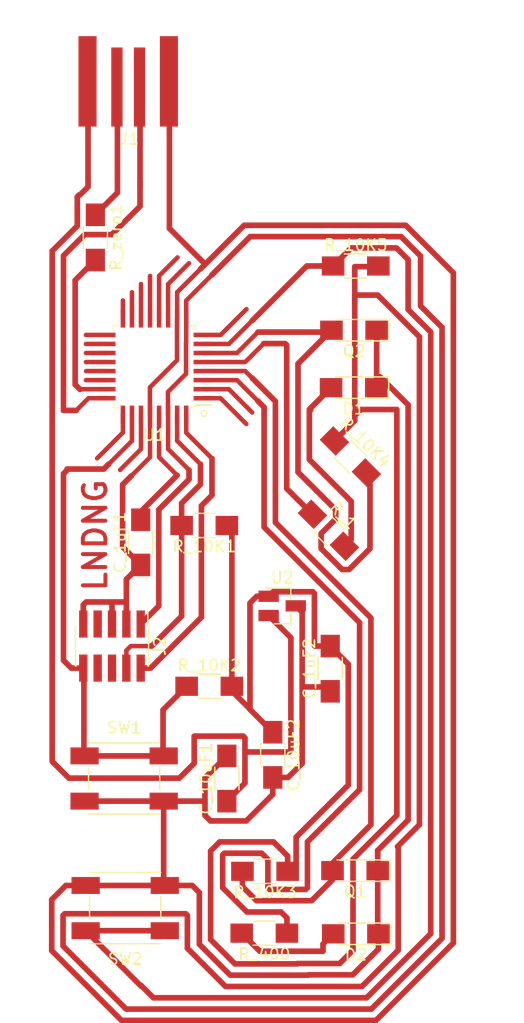
<source format=kicad_pcb>
(kicad_pcb (version 20171130) (host pcbnew "(5.1.10-1-10_14)")

  (general
    (thickness 1.6)
    (drawings 1)
    (tracks 366)
    (zones 0)
    (modules 22)
    (nets 38)
  )

  (page A4)
  (layers
    (0 F.Cu signal)
    (31 B.Cu signal)
    (32 B.Adhes user)
    (33 F.Adhes user)
    (34 B.Paste user)
    (35 F.Paste user)
    (36 B.SilkS user)
    (37 F.SilkS user)
    (38 B.Mask user)
    (39 F.Mask user)
    (40 Dwgs.User user)
    (41 Cmts.User user)
    (42 Eco1.User user)
    (43 Eco2.User user)
    (44 Edge.Cuts user)
    (45 Margin user)
    (46 B.CrtYd user)
    (47 F.CrtYd user)
    (48 B.Fab user)
    (49 F.Fab user)
  )

  (setup
    (last_trace_width 0.5)
    (trace_clearance 0.5)
    (zone_clearance 0.508)
    (zone_45_only no)
    (trace_min 0.2)
    (via_size 0.8)
    (via_drill 0.4)
    (via_min_size 0.4)
    (via_min_drill 0.3)
    (uvia_size 0.3)
    (uvia_drill 0.1)
    (uvias_allowed no)
    (uvia_min_size 0.2)
    (uvia_min_drill 0.1)
    (edge_width 0.05)
    (segment_width 0.2)
    (pcb_text_width 0.3)
    (pcb_text_size 1.5 1.5)
    (mod_edge_width 0.12)
    (mod_text_size 1 1)
    (mod_text_width 0.15)
    (pad_size 1.524 1.524)
    (pad_drill 0.762)
    (pad_to_mask_clearance 0)
    (aux_axis_origin 0 0)
    (visible_elements FFFFFF7F)
    (pcbplotparams
      (layerselection 0x010fc_ffffffff)
      (usegerberextensions false)
      (usegerberattributes true)
      (usegerberadvancedattributes true)
      (creategerberjobfile true)
      (excludeedgelayer true)
      (linewidth 0.100000)
      (plotframeref false)
      (viasonmask false)
      (mode 1)
      (useauxorigin false)
      (hpglpennumber 1)
      (hpglpenspeed 20)
      (hpglpendiameter 15.000000)
      (psnegative false)
      (psa4output false)
      (plotreference true)
      (plotvalue true)
      (plotinvisibletext false)
      (padsonsilk false)
      (subtractmaskfromsilk false)
      (outputformat 1)
      (mirror false)
      (drillshape 1)
      (scaleselection 1)
      (outputdirectory ""))
  )

  (net 0 "")
  (net 1 GND)
  (net 2 +5V)
  (net 3 +3V3)
  (net 4 "Net-(C_1uF1-Pad2)")
  (net 5 /A02)
  (net 6 /A03)
  (net 7 /A04)
  (net 8 /A05)
  (net 9 /A06)
  (net 10 /A07)
  (net 11 "Net-(J1-Pad2)")
  (net 12 "Net-(J1-Pad3)")
  (net 13 /SWDIO)
  (net 14 /SWDCLK)
  (net 15 "Net-(J2-Pad6)")
  (net 16 "Net-(J2-Pad8)")
  (net 17 /RESET)
  (net 18 /D10)
  (net 19 /D11)
  (net 20 /D16)
  (net 21 /D17)
  (net 22 /D18)
  (net 23 /D19)
  (net 24 "Net-(U1-Pad1)")
  (net 25 "Net-(U1-Pad2)")
  (net 26 "Net-(U1-Pad11)")
  (net 27 "Net-(U1-Pad12)")
  (net 28 "Net-(U1-Pad15)")
  (net 29 "Net-(U1-Pad16)")
  (net 30 "Net-(U1-Pad21)")
  (net 31 "Net-(U1-Pad22)")
  (net 32 "Net-(U1-Pad25)")
  (net 33 "Net-(U1-Pad27)")
  (net 34 "Net-(R_zero1-Pad2)")
  (net 35 "Net-(D1-Pad2)")
  (net 36 "Net-(D2-Pad2)")
  (net 37 "Net-(J2-Pad7)")

  (net_class Default "This is the default net class."
    (clearance 0.5)
    (trace_width 0.5)
    (via_dia 0.8)
    (via_drill 0.4)
    (uvia_dia 0.3)
    (uvia_drill 0.1)
    (add_net +3V3)
    (add_net +5V)
    (add_net /A02)
    (add_net /A03)
    (add_net /A04)
    (add_net /A05)
    (add_net /A06)
    (add_net /A07)
    (add_net /D10)
    (add_net /D11)
    (add_net /D16)
    (add_net /D17)
    (add_net /D18)
    (add_net /D19)
    (add_net /RESET)
    (add_net /SWDCLK)
    (add_net /SWDIO)
    (add_net GND)
    (add_net "Net-(C_1uF1-Pad2)")
    (add_net "Net-(D1-Pad2)")
    (add_net "Net-(D2-Pad2)")
    (add_net "Net-(J1-Pad2)")
    (add_net "Net-(J1-Pad3)")
    (add_net "Net-(J2-Pad6)")
    (add_net "Net-(J2-Pad7)")
    (add_net "Net-(J2-Pad8)")
    (add_net "Net-(R_zero1-Pad2)")
    (add_net "Net-(U1-Pad1)")
    (add_net "Net-(U1-Pad11)")
    (add_net "Net-(U1-Pad12)")
    (add_net "Net-(U1-Pad15)")
    (add_net "Net-(U1-Pad16)")
    (add_net "Net-(U1-Pad2)")
    (add_net "Net-(U1-Pad21)")
    (add_net "Net-(U1-Pad22)")
    (add_net "Net-(U1-Pad25)")
    (add_net "Net-(U1-Pad27)")
  )

  (module fab:TQFP-32_7x7mm_P0.8mm (layer F.Cu) (tedit 61837D84) (tstamp 6170E55B)
    (at 137.59434 85.21954 180)
    (descr "32-Lead Plastic Thin Quad Flatpack (PT) - 7x7x1.0 mm Body, 2.00 mm [TQFP] (see Microchip Packaging Specification 00000049BS.pdf)")
    (tags "QFP 0.8")
    (path /61708E4F)
    (attr smd)
    (fp_text reference U1 (at 0 -6.05 180) (layer F.SilkS)
      (effects (font (size 1 1) (thickness 0.15)))
    )
    (fp_text value Microcontroller_ATSAMD21E17A-AUT (at 0 6.05 180) (layer F.Fab)
      (effects (font (size 1 1) (thickness 0.15)))
    )
    (fp_text user %R (at 0 0 180) (layer F.Fab)
      (effects (font (size 1 1) (thickness 0.15)))
    )
    (fp_line (start -3.625 -3.4) (end -5.05 -3.4) (layer F.SilkS) (width 0.15))
    (fp_line (start 3.625 -3.625) (end 3.3 -3.625) (layer F.SilkS) (width 0.15))
    (fp_line (start 3.625 3.625) (end 3.3 3.625) (layer F.SilkS) (width 0.15))
    (fp_line (start -3.625 3.625) (end -3.3 3.625) (layer F.SilkS) (width 0.15))
    (fp_line (start -3.625 -3.625) (end -3.3 -3.625) (layer F.SilkS) (width 0.15))
    (fp_line (start -3.625 3.625) (end -3.625 3.3) (layer F.SilkS) (width 0.15))
    (fp_line (start 3.625 3.625) (end 3.625 3.3) (layer F.SilkS) (width 0.15))
    (fp_line (start 3.625 -3.625) (end 3.625 -3.3) (layer F.SilkS) (width 0.15))
    (fp_line (start -3.625 -3.625) (end -3.625 -3.4) (layer F.SilkS) (width 0.15))
    (fp_line (start -5.3 5.3) (end 5.3 5.3) (layer F.CrtYd) (width 0.05))
    (fp_line (start -5.3 -5.3) (end 5.3 -5.3) (layer F.CrtYd) (width 0.05))
    (fp_line (start 5.3 -5.3) (end 5.3 5.3) (layer F.CrtYd) (width 0.05))
    (fp_line (start -5.3 -5.3) (end -5.3 5.3) (layer F.CrtYd) (width 0.05))
    (fp_line (start -3.5 -2.5) (end -2.5 -3.5) (layer F.Fab) (width 0.15))
    (fp_line (start -3.5 3.5) (end -3.5 -2.5) (layer F.Fab) (width 0.15))
    (fp_line (start 3.5 3.5) (end -3.5 3.5) (layer F.Fab) (width 0.15))
    (fp_line (start 3.5 -3.5) (end 3.5 3.5) (layer F.Fab) (width 0.15))
    (fp_line (start -2.5 -3.5) (end 3.5 -3.5) (layer F.Fab) (width 0.15))
    (fp_circle (center -4.375 -4.15) (end -4.375 -3.9) (layer F.SilkS) (width 0.12))
    (pad 32 smd rect (at -2.8 -4.25 270) (size 1.6 0.4) (layers F.Cu F.Paste F.Mask)
      (net 13 /SWDIO))
    (pad 31 smd rect (at -2 -4.25 270) (size 1.6 0.4) (layers F.Cu F.Paste F.Mask)
      (net 14 /SWDCLK))
    (pad 30 smd rect (at -1.2 -4.25 270) (size 1.6 0.4) (layers F.Cu F.Paste F.Mask)
      (net 3 +3V3))
    (pad 29 smd rect (at -0.4 -4.25 270) (size 1.6 0.4) (layers F.Cu F.Paste F.Mask)
      (net 4 "Net-(C_1uF1-Pad2)"))
    (pad 28 smd rect (at 0.4 -4.25 270) (size 1.6 0.4) (layers F.Cu F.Paste F.Mask)
      (net 1 GND))
    (pad 27 smd rect (at 1.2 -4.25 270) (size 1.6 0.4) (layers F.Cu F.Paste F.Mask)
      (net 33 "Net-(U1-Pad27)"))
    (pad 26 smd rect (at 2 -4.25 270) (size 1.6 0.4) (layers F.Cu F.Paste F.Mask)
      (net 17 /RESET))
    (pad 25 smd rect (at 2.8 -4.25 270) (size 1.6 0.4) (layers F.Cu F.Paste F.Mask)
      (net 32 "Net-(U1-Pad25)"))
    (pad 24 smd rect (at 4.25 -2.8 180) (size 1.6 0.4) (layers F.Cu F.Paste F.Mask)
      (net 12 "Net-(J1-Pad3)"))
    (pad 23 smd rect (at 4.25 -2 180) (size 1.6 0.4) (layers F.Cu F.Paste F.Mask)
      (net 34 "Net-(R_zero1-Pad2)"))
    (pad 22 smd rect (at 4.25 -1.2 180) (size 1.6 0.4) (layers F.Cu F.Paste F.Mask)
      (net 31 "Net-(U1-Pad22)"))
    (pad 21 smd rect (at 4.25 -0.4 180) (size 1.6 0.4) (layers F.Cu F.Paste F.Mask)
      (net 30 "Net-(U1-Pad21)"))
    (pad 20 smd rect (at 4.25 0.4 180) (size 1.6 0.4) (layers F.Cu F.Paste F.Mask)
      (net 23 /D19))
    (pad 19 smd rect (at 4.25 1.2 180) (size 1.6 0.4) (layers F.Cu F.Paste F.Mask)
      (net 22 /D18))
    (pad 18 smd rect (at 4.25 2 180) (size 1.6 0.4) (layers F.Cu F.Paste F.Mask)
      (net 21 /D17))
    (pad 17 smd rect (at 4.25 2.8 180) (size 1.6 0.4) (layers F.Cu F.Paste F.Mask)
      (net 20 /D16))
    (pad 16 smd rect (at 2.8 4.25 270) (size 1.6 0.4) (layers F.Cu F.Paste F.Mask)
      (net 29 "Net-(U1-Pad16)"))
    (pad 15 smd rect (at 2 4.25 270) (size 1.6 0.4) (layers F.Cu F.Paste F.Mask)
      (net 28 "Net-(U1-Pad15)"))
    (pad 14 smd rect (at 1.2 4.25 270) (size 1.6 0.4) (layers F.Cu F.Paste F.Mask)
      (net 19 /D11))
    (pad 13 smd rect (at 0.4 4.25 270) (size 1.6 0.4) (layers F.Cu F.Paste F.Mask)
      (net 18 /D10))
    (pad 12 smd rect (at -0.4 4.25 270) (size 1.6 0.4) (layers F.Cu F.Paste F.Mask)
      (net 27 "Net-(U1-Pad12)"))
    (pad 11 smd rect (at -1.2 4.25 270) (size 1.6 0.4) (layers F.Cu F.Paste F.Mask)
      (net 26 "Net-(U1-Pad11)"))
    (pad 10 smd rect (at -2 4.25 270) (size 1.6 0.4) (layers F.Cu F.Paste F.Mask)
      (net 1 GND))
    (pad 9 smd rect (at -2.8 4.25 270) (size 1.6 0.4) (layers F.Cu F.Paste F.Mask)
      (net 3 +3V3))
    (pad 8 smd rect (at -4.25 2.8 180) (size 1.6 0.4) (layers F.Cu F.Paste F.Mask)
      (net 10 /A07))
    (pad 7 smd rect (at -4.25 2 180) (size 1.6 0.4) (layers F.Cu F.Paste F.Mask)
      (net 9 /A06))
    (pad 6 smd rect (at -4.25 1.2 180) (size 1.6 0.4) (layers F.Cu F.Paste F.Mask)
      (net 8 /A05))
    (pad 5 smd rect (at -4.25 0.4 180) (size 1.6 0.4) (layers F.Cu F.Paste F.Mask)
      (net 7 /A04))
    (pad 4 smd rect (at -4.25 -0.4 180) (size 1.6 0.4) (layers F.Cu F.Paste F.Mask)
      (net 6 /A03))
    (pad 3 smd rect (at -4.25 -1.2 180) (size 1.6 0.4) (layers F.Cu F.Paste F.Mask)
      (net 5 /A02))
    (pad 2 smd rect (at -4.25 -2 180) (size 1.6 0.4) (layers F.Cu F.Paste F.Mask)
      (net 25 "Net-(U1-Pad2)"))
    (pad 1 smd rect (at -4.25 -2.8 180) (size 1.6 0.4) (layers F.Cu F.Paste F.Mask)
      (net 24 "Net-(U1-Pad1)"))
    (model ${KISYS3DMOD}/Package_QFP.3dshapes/TQFP-32_7x7mm_P0.8mm.wrl
      (at (xyz 0 0 0))
      (scale (xyz 1 1 1))
      (rotate (xyz 0 0 0))
    )
  )

  (module fab:R_1206 (layer F.Cu) (tedit 60020482) (tstamp 6183EDD0)
    (at 147.36978 129.86766 180)
    (descr "Resistor SMD 1206, hand soldering")
    (tags "resistor 1206")
    (path /6184E1CB)
    (attr smd)
    (fp_text reference R_10K3 (at 0 -1.85) (layer F.SilkS)
      (effects (font (size 1 1) (thickness 0.15)))
    )
    (fp_text value R (at 0 1.9) (layer F.Fab)
      (effects (font (size 1 1) (thickness 0.15)))
    )
    (fp_text user %R (at 0 0) (layer F.Fab)
      (effects (font (size 0.7 0.7) (thickness 0.105)))
    )
    (fp_line (start -1.6 0.8) (end -1.6 -0.8) (layer F.Fab) (width 0.1))
    (fp_line (start 1.6 0.8) (end -1.6 0.8) (layer F.Fab) (width 0.1))
    (fp_line (start 1.6 -0.8) (end 1.6 0.8) (layer F.Fab) (width 0.1))
    (fp_line (start -1.6 -0.8) (end 1.6 -0.8) (layer F.Fab) (width 0.1))
    (fp_line (start 1 1.07) (end -1 1.07) (layer F.SilkS) (width 0.12))
    (fp_line (start -1 -1.07) (end 1 -1.07) (layer F.SilkS) (width 0.12))
    (fp_line (start -3.25 -1.11) (end 3.25 -1.11) (layer F.CrtYd) (width 0.05))
    (fp_line (start -3.25 -1.11) (end -3.25 1.1) (layer F.CrtYd) (width 0.05))
    (fp_line (start 3.25 1.1) (end 3.25 -1.11) (layer F.CrtYd) (width 0.05))
    (fp_line (start 3.25 1.1) (end -3.25 1.1) (layer F.CrtYd) (width 0.05))
    (pad 1 smd rect (at -2 0 180) (size 2 1.7) (layers F.Cu F.Paste F.Mask)
      (net 3 +3V3))
    (pad 2 smd rect (at 2 0 180) (size 2 1.7) (layers F.Cu F.Paste F.Mask)
      (net 6 /A03))
    (model ${FAB}/fab.3dshapes/R_1206.step
      (at (xyz 0 0 0))
      (scale (xyz 1 1 1))
      (rotate (xyz 0 0 0))
    )
  )

  (module fab:R_1206 (layer F.Cu) (tedit 60020482) (tstamp 6183ED64)
    (at 147.30578 135.33882 180)
    (descr "Resistor SMD 1206, hand soldering")
    (tags "resistor 1206")
    (path /61854378)
    (attr smd)
    (fp_text reference R_400 (at 0 -1.85) (layer F.SilkS)
      (effects (font (size 1 1) (thickness 0.15)))
    )
    (fp_text value R (at 0 1.9) (layer F.Fab)
      (effects (font (size 1 1) (thickness 0.15)))
    )
    (fp_text user %R (at 0 0) (layer F.Fab)
      (effects (font (size 0.7 0.7) (thickness 0.105)))
    )
    (fp_line (start -1.6 0.8) (end -1.6 -0.8) (layer F.Fab) (width 0.1))
    (fp_line (start 1.6 0.8) (end -1.6 0.8) (layer F.Fab) (width 0.1))
    (fp_line (start 1.6 -0.8) (end 1.6 0.8) (layer F.Fab) (width 0.1))
    (fp_line (start -1.6 -0.8) (end 1.6 -0.8) (layer F.Fab) (width 0.1))
    (fp_line (start 1 1.07) (end -1 1.07) (layer F.SilkS) (width 0.12))
    (fp_line (start -1 -1.07) (end 1 -1.07) (layer F.SilkS) (width 0.12))
    (fp_line (start -3.25 -1.11) (end 3.25 -1.11) (layer F.CrtYd) (width 0.05))
    (fp_line (start -3.25 -1.11) (end -3.25 1.1) (layer F.CrtYd) (width 0.05))
    (fp_line (start 3.25 1.1) (end 3.25 -1.11) (layer F.CrtYd) (width 0.05))
    (fp_line (start 3.25 1.1) (end -3.25 1.1) (layer F.CrtYd) (width 0.05))
    (pad 1 smd rect (at -2 0 180) (size 2 1.7) (layers F.Cu F.Paste F.Mask)
      (net 5 /A02))
    (pad 2 smd rect (at 2 0 180) (size 2 1.7) (layers F.Cu F.Paste F.Mask)
      (net 36 "Net-(D2-Pad2)"))
    (model ${FAB}/fab.3dshapes/R_1206.step
      (at (xyz 0 0 0))
      (scale (xyz 1 1 1))
      (rotate (xyz 0 0 0))
    )
  )

  (module fab:Button_Omron_B3SN_6x6mm (layer F.Cu) (tedit 5EC65B05) (tstamp 61839D3D)
    (at 134.99846 133.1214 180)
    (descr "Surface Mount Tactile Switch for High-Density Packaging")
    (tags "Tactile Switch")
    (path /6186AC2F)
    (attr smd)
    (fp_text reference SW2 (at 0 -4.5) (layer F.SilkS)
      (effects (font (size 1 1) (thickness 0.15)))
    )
    (fp_text value BUTTON_B3SN (at 0 4.5) (layer F.Fab)
      (effects (font (size 1 1) (thickness 0.15)))
    )
    (fp_line (start -5 3.7) (end 5 3.7) (layer F.CrtYd) (width 0.05))
    (fp_line (start 5 3.7) (end 5 -3.7) (layer F.CrtYd) (width 0.05))
    (fp_line (start 5 -3.7) (end -5 -3.7) (layer F.CrtYd) (width 0.05))
    (fp_line (start -5 -3.7) (end -5 3.7) (layer F.CrtYd) (width 0.05))
    (fp_line (start -3.15 -3.15) (end 3.15 -3.15) (layer F.SilkS) (width 0.12))
    (fp_line (start -3.15 1) (end -3.15 -1) (layer F.SilkS) (width 0.12))
    (fp_line (start 3.15 3.15) (end -3.15 3.15) (layer F.SilkS) (width 0.12))
    (fp_line (start 3.15 -1) (end 3.15 1) (layer F.SilkS) (width 0.12))
    (fp_circle (center 0 0) (end 1.65 0) (layer F.Fab) (width 0.1))
    (fp_line (start -3 -3) (end 3 -3) (layer F.Fab) (width 0.1))
    (fp_line (start 3 -3) (end 3 3) (layer F.Fab) (width 0.1))
    (fp_line (start 3 3) (end -3 3) (layer F.Fab) (width 0.1))
    (fp_line (start -3 3) (end -3 -3) (layer F.Fab) (width 0.1))
    (fp_text user %R (at 0 -4.5) (layer F.Fab)
      (effects (font (size 1 1) (thickness 0.15)))
    )
    (pad 2 smd rect (at 3.5 2 180) (size 2.5 1.5) (layers F.Cu F.Paste F.Mask)
      (net 1 GND))
    (pad 2 smd rect (at -3.5 2 180) (size 2.5 1.5) (layers F.Cu F.Paste F.Mask)
      (net 1 GND))
    (pad 1 smd rect (at 3.5 -2 180) (size 2.5 1.5) (layers F.Cu F.Paste F.Mask)
      (net 9 /A06))
    (pad 1 smd rect (at -3.5 -2 180) (size 2.5 1.5) (layers F.Cu F.Paste F.Mask)
      (net 9 /A06))
    (model ${KISYS3DMOD}/Buttons_Switches_SMD.3dshapes/SW_SPST_B3S-1000.wrl
      (at (xyz 0 0 0))
      (scale (xyz 1 1 1))
      (rotate (xyz 0 0 0))
    )
  )

  (module usb_plug:USB_PLUG_TRACES (layer F.Cu) (tedit 6161FC20) (tstamp 618402CC)
    (at 135.26434 59.99226)
    (path /61709CEB)
    (fp_text reference J1 (at 0.1 5.08) (layer F.SilkS)
      (effects (font (size 1 1) (thickness 0.15)))
    )
    (fp_text value USB_A (at 0.05 -6.35) (layer F.Fab)
      (effects (font (size 1 1) (thickness 0.15)))
    )
    (fp_line (start -6 -4.5) (end -6 6.5) (layer Cmts.User) (width 0.12))
    (fp_line (start 6 -4.5) (end 6 6.5) (layer Cmts.User) (width 0.12))
    (fp_line (start -6 -4.5) (end 6 -4.5) (layer Cmts.User) (width 0.12))
    (pad 3 smd rect (at 1 0.5) (size 1 7) (layers F.Cu F.Paste F.Mask)
      (net 12 "Net-(J1-Pad3)"))
    (pad 2 smd rect (at -1 0.5) (size 1 7) (layers F.Cu F.Paste F.Mask)
      (net 11 "Net-(J1-Pad2)"))
    (pad 4 smd rect (at 3.6 0) (size 1.6 8) (layers F.Cu F.Paste F.Mask)
      (net 1 GND))
    (pad 1 smd rect (at -3.6 0) (size 1.6 8) (layers F.Cu F.Paste F.Mask)
      (net 2 +5V))
  )

  (module fab:R_1206 (layer F.Cu) (tedit 60020482) (tstamp 6183F1CC)
    (at 155.3911 76.32446)
    (descr "Resistor SMD 1206, hand soldering")
    (tags "resistor 1206")
    (path /61869A68)
    (attr smd)
    (fp_text reference R_10K5 (at 0 -1.85) (layer F.SilkS)
      (effects (font (size 1 1) (thickness 0.15)))
    )
    (fp_text value R (at 0 1.9) (layer F.Fab)
      (effects (font (size 1 1) (thickness 0.15)))
    )
    (fp_line (start 3.25 1.1) (end -3.25 1.1) (layer F.CrtYd) (width 0.05))
    (fp_line (start 3.25 1.1) (end 3.25 -1.11) (layer F.CrtYd) (width 0.05))
    (fp_line (start -3.25 -1.11) (end -3.25 1.1) (layer F.CrtYd) (width 0.05))
    (fp_line (start -3.25 -1.11) (end 3.25 -1.11) (layer F.CrtYd) (width 0.05))
    (fp_line (start -1 -1.07) (end 1 -1.07) (layer F.SilkS) (width 0.12))
    (fp_line (start 1 1.07) (end -1 1.07) (layer F.SilkS) (width 0.12))
    (fp_line (start -1.6 -0.8) (end 1.6 -0.8) (layer F.Fab) (width 0.1))
    (fp_line (start 1.6 -0.8) (end 1.6 0.8) (layer F.Fab) (width 0.1))
    (fp_line (start 1.6 0.8) (end -1.6 0.8) (layer F.Fab) (width 0.1))
    (fp_line (start -1.6 0.8) (end -1.6 -0.8) (layer F.Fab) (width 0.1))
    (fp_text user %R (at 0 0) (layer F.Fab)
      (effects (font (size 0.7 0.7) (thickness 0.105)))
    )
    (pad 2 smd rect (at 2 0) (size 2 1.7) (layers F.Cu F.Paste F.Mask)
      (net 3 +3V3))
    (pad 1 smd rect (at -2 0) (size 2 1.7) (layers F.Cu F.Paste F.Mask)
      (net 9 /A06))
    (model ${FAB}/fab.3dshapes/R_1206.step
      (at (xyz 0 0 0))
      (scale (xyz 1 1 1))
      (rotate (xyz 0 0 0))
    )
  )

  (module fab:R_1206 (layer F.Cu) (tedit 60020482) (tstamp 61840854)
    (at 154.922786 93.213486 315)
    (descr "Resistor SMD 1206, hand soldering")
    (tags "resistor 1206")
    (path /618658AA)
    (attr smd)
    (fp_text reference R_10K4 (at 0 -1.85 135) (layer F.SilkS)
      (effects (font (size 1 1) (thickness 0.15)))
    )
    (fp_text value R (at 0 1.9 135) (layer F.Fab)
      (effects (font (size 1 1) (thickness 0.15)))
    )
    (fp_text user %R (at 0 0 135) (layer F.Fab)
      (effects (font (size 0.7 0.7) (thickness 0.105)))
    )
    (fp_line (start -1.6 0.8) (end -1.6 -0.8) (layer F.Fab) (width 0.1))
    (fp_line (start 1.6 0.8) (end -1.6 0.8) (layer F.Fab) (width 0.1))
    (fp_line (start 1.6 -0.8) (end 1.6 0.8) (layer F.Fab) (width 0.1))
    (fp_line (start -1.6 -0.8) (end 1.6 -0.8) (layer F.Fab) (width 0.1))
    (fp_line (start 1 1.07) (end -1 1.07) (layer F.SilkS) (width 0.12))
    (fp_line (start -1 -1.07) (end 1 -1.07) (layer F.SilkS) (width 0.12))
    (fp_line (start -3.25 -1.11) (end 3.25 -1.11) (layer F.CrtYd) (width 0.05))
    (fp_line (start -3.25 -1.11) (end -3.25 1.1) (layer F.CrtYd) (width 0.05))
    (fp_line (start 3.25 1.1) (end 3.25 -1.11) (layer F.CrtYd) (width 0.05))
    (fp_line (start 3.25 1.1) (end -3.25 1.1) (layer F.CrtYd) (width 0.05))
    (pad 1 smd rect (at -2 0 315) (size 2 1.7) (layers F.Cu F.Paste F.Mask)
      (net 3 +3V3))
    (pad 2 smd rect (at 2 0 315) (size 2 1.7) (layers F.Cu F.Paste F.Mask)
      (net 8 /A05))
    (model ${FAB}/fab.3dshapes/R_1206.step
      (at (xyz 0 0 0))
      (scale (xyz 1 1 1))
      (rotate (xyz 0 0 0))
    )
  )

  (module fab:LED_1206 (layer F.Cu) (tedit 595FC724) (tstamp 6183F2B0)
    (at 155.21026 87.0839 180)
    (descr "LED SMD 1206, hand soldering")
    (tags "LED 1206")
    (path /61867E7C)
    (attr smd)
    (fp_text reference D1 (at 0 -1.85) (layer F.SilkS)
      (effects (font (size 1 1) (thickness 0.15)))
    )
    (fp_text value LED (at 0 1.9) (layer F.Fab)
      (effects (font (size 1 1) (thickness 0.15)))
    )
    (fp_line (start 3.25 1.1) (end -3.25 1.1) (layer F.CrtYd) (width 0.05))
    (fp_line (start 3.25 1.1) (end 3.25 -1.11) (layer F.CrtYd) (width 0.05))
    (fp_line (start -3.25 -1.11) (end -3.25 1.1) (layer F.CrtYd) (width 0.05))
    (fp_line (start -3.25 -1.11) (end 3.25 -1.11) (layer F.CrtYd) (width 0.05))
    (fp_line (start -3.1 -0.95) (end 1.6 -0.95) (layer F.SilkS) (width 0.12))
    (fp_line (start -3.1 0.95) (end 1.6 0.95) (layer F.SilkS) (width 0.12))
    (fp_line (start -1.6 -0.8) (end 1.6 -0.8) (layer F.Fab) (width 0.1))
    (fp_line (start 1.6 -0.8) (end 1.6 0.8) (layer F.Fab) (width 0.1))
    (fp_line (start 1.6 0.8) (end -1.6 0.8) (layer F.Fab) (width 0.1))
    (fp_line (start -1.6 0.8) (end -1.6 -0.8) (layer F.Fab) (width 0.1))
    (fp_line (start -0.45 -0.4) (end -0.45 0.4) (layer F.Fab) (width 0.1))
    (fp_line (start 0.2 0.4) (end -0.4 0) (layer F.Fab) (width 0.1))
    (fp_line (start 0.2 -0.4) (end 0.2 0.4) (layer F.Fab) (width 0.1))
    (fp_line (start -0.4 0) (end 0.2 -0.4) (layer F.Fab) (width 0.1))
    (fp_line (start -3.1 -0.95) (end -3.1 0.95) (layer F.SilkS) (width 0.12))
    (pad 1 smd rect (at -2 0 180) (size 2 1.7) (layers F.Cu F.Paste F.Mask)
      (net 1 GND))
    (pad 2 smd rect (at 2 0 180) (size 2 1.7) (layers F.Cu F.Paste F.Mask)
      (net 35 "Net-(D1-Pad2)"))
    (model ${KISYS3DMOD}/LEDs.3dshapes/LED_1206.wrl
      (at (xyz 0 0 0))
      (scale (xyz 1 1 1))
      (rotate (xyz 0 0 180))
    )
  )

  (module fab:LED_1206 (layer F.Cu) (tedit 595FC724) (tstamp 6183FC08)
    (at 155.40126 135.3947 180)
    (descr "LED SMD 1206, hand soldering")
    (tags "LED 1206")
    (path /61854E22)
    (attr smd)
    (fp_text reference D2 (at 0 -1.85) (layer F.SilkS)
      (effects (font (size 1 1) (thickness 0.15)))
    )
    (fp_text value LED (at 0 1.9) (layer F.Fab)
      (effects (font (size 1 1) (thickness 0.15)))
    )
    (fp_line (start 3.25 1.1) (end -3.25 1.1) (layer F.CrtYd) (width 0.05))
    (fp_line (start 3.25 1.1) (end 3.25 -1.11) (layer F.CrtYd) (width 0.05))
    (fp_line (start -3.25 -1.11) (end -3.25 1.1) (layer F.CrtYd) (width 0.05))
    (fp_line (start -3.25 -1.11) (end 3.25 -1.11) (layer F.CrtYd) (width 0.05))
    (fp_line (start -3.1 -0.95) (end 1.6 -0.95) (layer F.SilkS) (width 0.12))
    (fp_line (start -3.1 0.95) (end 1.6 0.95) (layer F.SilkS) (width 0.12))
    (fp_line (start -1.6 -0.8) (end 1.6 -0.8) (layer F.Fab) (width 0.1))
    (fp_line (start 1.6 -0.8) (end 1.6 0.8) (layer F.Fab) (width 0.1))
    (fp_line (start 1.6 0.8) (end -1.6 0.8) (layer F.Fab) (width 0.1))
    (fp_line (start -1.6 0.8) (end -1.6 -0.8) (layer F.Fab) (width 0.1))
    (fp_line (start -0.45 -0.4) (end -0.45 0.4) (layer F.Fab) (width 0.1))
    (fp_line (start 0.2 0.4) (end -0.4 0) (layer F.Fab) (width 0.1))
    (fp_line (start 0.2 -0.4) (end 0.2 0.4) (layer F.Fab) (width 0.1))
    (fp_line (start -0.4 0) (end 0.2 -0.4) (layer F.Fab) (width 0.1))
    (fp_line (start -3.1 -0.95) (end -3.1 0.95) (layer F.SilkS) (width 0.12))
    (pad 1 smd rect (at -2 0 180) (size 2 1.7) (layers F.Cu F.Paste F.Mask)
      (net 1 GND))
    (pad 2 smd rect (at 2 0 180) (size 2 1.7) (layers F.Cu F.Paste F.Mask)
      (net 36 "Net-(D2-Pad2)"))
    (model ${KISYS3DMOD}/LEDs.3dshapes/LED_1206.wrl
      (at (xyz 0 0 0))
      (scale (xyz 1 1 1))
      (rotate (xyz 0 0 180))
    )
  )

  (module fab:Q_1206 (layer F.Cu) (tedit 5EF25F01) (tstamp 6183FBCC)
    (at 155.33726 129.8067 180)
    (descr "Transistor SMD 1206, hand soldering")
    (tags "transistor photo 1206")
    (path /6184B21F)
    (attr smd)
    (fp_text reference Q1 (at 0 -1.85) (layer F.SilkS)
      (effects (font (size 1 1) (thickness 0.15)))
    )
    (fp_text value Phototransistor_Visible_PT15-21C-TR8 (at 0 1.9) (layer F.Fab)
      (effects (font (size 1 1) (thickness 0.15)))
    )
    (fp_line (start 3.25 1.1) (end -3.25 1.1) (layer F.CrtYd) (width 0.05))
    (fp_line (start 3.25 1.1) (end 3.25 -1.11) (layer F.CrtYd) (width 0.05))
    (fp_line (start -3.25 -1.11) (end -3.25 1.1) (layer F.CrtYd) (width 0.05))
    (fp_line (start -3.25 -1.11) (end 3.25 -1.11) (layer F.CrtYd) (width 0.05))
    (fp_line (start -3.1 -0.95) (end 1.6 -0.95) (layer F.SilkS) (width 0.12))
    (fp_line (start -3.1 0.95) (end 1.6 0.95) (layer F.SilkS) (width 0.12))
    (fp_line (start -1.6 -0.8) (end 1.6 -0.8) (layer F.Fab) (width 0.1))
    (fp_line (start 1.6 -0.8) (end 1.6 0.8) (layer F.Fab) (width 0.1))
    (fp_line (start 1.6 0.8) (end -1.6 0.8) (layer F.Fab) (width 0.1))
    (fp_line (start -1.6 0.8) (end -1.6 -0.8) (layer F.Fab) (width 0.1))
    (fp_line (start -0.45 -0.4) (end -0.45 0.4) (layer F.Fab) (width 0.1))
    (fp_line (start 0.2 0.4) (end -0.4 0) (layer F.Fab) (width 0.1))
    (fp_line (start 0.2 -0.4) (end 0.2 0.4) (layer F.Fab) (width 0.1))
    (fp_line (start -0.4 0) (end 0.2 -0.4) (layer F.Fab) (width 0.1))
    (fp_line (start -3.1 -0.95) (end -3.1 0.95) (layer F.SilkS) (width 0.12))
    (pad 1 smd rect (at -2 0 180) (size 2 1.7) (layers F.Cu F.Paste F.Mask)
      (net 1 GND))
    (pad 2 smd rect (at 2 0 180) (size 2 1.7) (layers F.Cu F.Paste F.Mask)
      (net 6 /A03))
    (model ${KISYS3DMOD}/LEDs.3dshapes/LED_1206.wrl
      (at (xyz 0 0 0))
      (scale (xyz 1 1 1))
      (rotate (xyz 0 0 180))
    )
  )

  (module fab:R_1206 (layer F.Cu) (tedit 60020482) (tstamp 61840410)
    (at 152.974606 99.698106 315)
    (descr "Resistor SMD 1206, hand soldering")
    (tags "resistor 1206")
    (path /61867E76)
    (attr smd)
    (fp_text reference R_1 (at 0 -1.85 135) (layer F.SilkS)
      (effects (font (size 1 1) (thickness 0.15)))
    )
    (fp_text value R (at 0 1.9 135) (layer F.Fab)
      (effects (font (size 1 1) (thickness 0.15)))
    )
    (fp_line (start 3.25 1.1) (end -3.25 1.1) (layer F.CrtYd) (width 0.05))
    (fp_line (start 3.25 1.1) (end 3.25 -1.11) (layer F.CrtYd) (width 0.05))
    (fp_line (start -3.25 -1.11) (end -3.25 1.1) (layer F.CrtYd) (width 0.05))
    (fp_line (start -3.25 -1.11) (end 3.25 -1.11) (layer F.CrtYd) (width 0.05))
    (fp_line (start -1 -1.07) (end 1 -1.07) (layer F.SilkS) (width 0.12))
    (fp_line (start 1 1.07) (end -1 1.07) (layer F.SilkS) (width 0.12))
    (fp_line (start -1.6 -0.8) (end 1.6 -0.8) (layer F.Fab) (width 0.1))
    (fp_line (start 1.6 -0.8) (end 1.6 0.8) (layer F.Fab) (width 0.1))
    (fp_line (start 1.6 0.8) (end -1.6 0.8) (layer F.Fab) (width 0.1))
    (fp_line (start -1.6 0.8) (end -1.6 -0.8) (layer F.Fab) (width 0.1))
    (fp_text user %R (at 0 0 135) (layer F.Fab)
      (effects (font (size 0.7 0.7) (thickness 0.105)))
    )
    (pad 2 smd rect (at 2 0 315) (size 2 1.7) (layers F.Cu F.Paste F.Mask)
      (net 35 "Net-(D1-Pad2)"))
    (pad 1 smd rect (at -2 0 315) (size 2 1.7) (layers F.Cu F.Paste F.Mask)
      (net 7 /A04))
    (model ${FAB}/fab.3dshapes/R_1206.step
      (at (xyz 0 0 0))
      (scale (xyz 1 1 1))
      (rotate (xyz 0 0 0))
    )
  )

  (module fab:Q_1206 (layer F.Cu) (tedit 5EF25F01) (tstamp 6183B7B0)
    (at 155.24226 82.0039 180)
    (descr "Transistor SMD 1206, hand soldering")
    (tags "transistor photo 1206")
    (path /61865898)
    (attr smd)
    (fp_text reference Q2 (at 0 -1.85 180) (layer F.SilkS)
      (effects (font (size 1 1) (thickness 0.15)))
    )
    (fp_text value Phototransistor_Visible_PT15-21C-TR8 (at 0 1.9) (layer F.Fab)
      (effects (font (size 1 1) (thickness 0.15)))
    )
    (fp_line (start 3.25 1.1) (end -3.25 1.1) (layer F.CrtYd) (width 0.05))
    (fp_line (start 3.25 1.1) (end 3.25 -1.11) (layer F.CrtYd) (width 0.05))
    (fp_line (start -3.25 -1.11) (end -3.25 1.1) (layer F.CrtYd) (width 0.05))
    (fp_line (start -3.25 -1.11) (end 3.25 -1.11) (layer F.CrtYd) (width 0.05))
    (fp_line (start -3.1 -0.95) (end 1.6 -0.95) (layer F.SilkS) (width 0.12))
    (fp_line (start -3.1 0.95) (end 1.6 0.95) (layer F.SilkS) (width 0.12))
    (fp_line (start -1.6 -0.8) (end 1.6 -0.8) (layer F.Fab) (width 0.1))
    (fp_line (start 1.6 -0.8) (end 1.6 0.8) (layer F.Fab) (width 0.1))
    (fp_line (start 1.6 0.8) (end -1.6 0.8) (layer F.Fab) (width 0.1))
    (fp_line (start -1.6 0.8) (end -1.6 -0.8) (layer F.Fab) (width 0.1))
    (fp_line (start -0.45 -0.4) (end -0.45 0.4) (layer F.Fab) (width 0.1))
    (fp_line (start 0.2 0.4) (end -0.4 0) (layer F.Fab) (width 0.1))
    (fp_line (start 0.2 -0.4) (end 0.2 0.4) (layer F.Fab) (width 0.1))
    (fp_line (start -0.4 0) (end 0.2 -0.4) (layer F.Fab) (width 0.1))
    (fp_line (start -3.1 -0.95) (end -3.1 0.95) (layer F.SilkS) (width 0.12))
    (pad 1 smd rect (at -2 0 180) (size 2 1.7) (layers F.Cu F.Paste F.Mask)
      (net 1 GND))
    (pad 2 smd rect (at 2 0 180) (size 2 1.7) (layers F.Cu F.Paste F.Mask)
      (net 8 /A05))
    (model ${KISYS3DMOD}/LEDs.3dshapes/LED_1206.wrl
      (at (xyz 0 0 0))
      (scale (xyz 1 1 1))
      (rotate (xyz 0 0 180))
    )
  )

  (module fab:C_1206 (layer F.Cu) (tedit 6002C54C) (tstamp 61715585)
    (at 132.35686 73.79614 270)
    (descr "Capacitor SMD 1206, hand soldering")
    (tags "capacitor 1206")
    (path /617158F1)
    (attr smd)
    (fp_text reference R_zero1 (at 0 -1.85 90) (layer F.SilkS)
      (effects (font (size 1 1) (thickness 0.15)))
    )
    (fp_text value R (at 0 1.9 90) (layer F.Fab)
      (effects (font (size 1 1) (thickness 0.15)))
    )
    (fp_line (start -1.6 0.8) (end -1.6 -0.8) (layer F.Fab) (width 0.1))
    (fp_line (start 1.6 0.8) (end -1.6 0.8) (layer F.Fab) (width 0.1))
    (fp_line (start 1.6 -0.8) (end 1.6 0.8) (layer F.Fab) (width 0.1))
    (fp_line (start -1.6 -0.8) (end 1.6 -0.8) (layer F.Fab) (width 0.1))
    (fp_line (start 1 1.07) (end -1 1.07) (layer F.SilkS) (width 0.12))
    (fp_line (start -1 -1.07) (end 1 -1.07) (layer F.SilkS) (width 0.12))
    (fp_line (start -3.25 -1.11) (end 3.25 -1.11) (layer F.CrtYd) (width 0.05))
    (fp_line (start -3.25 -1.11) (end -3.25 1.1) (layer F.CrtYd) (width 0.05))
    (fp_line (start 3.25 1.1) (end 3.25 -1.11) (layer F.CrtYd) (width 0.05))
    (fp_line (start 3.25 1.1) (end -3.25 1.1) (layer F.CrtYd) (width 0.05))
    (fp_text user %R (at 0 0 90) (layer F.Fab)
      (effects (font (size 0.7 0.7) (thickness 0.105)))
    )
    (pad 2 smd rect (at 2 0 270) (size 2 1.7) (layers F.Cu F.Paste F.Mask)
      (net 34 "Net-(R_zero1-Pad2)"))
    (pad 1 smd rect (at -2 0 270) (size 2 1.7) (layers F.Cu F.Paste F.Mask)
      (net 11 "Net-(J1-Pad2)"))
    (model ${FAB}/fab.3dshapes/C_1206.step
      (at (xyz 0 0 0))
      (scale (xyz 1 1 1))
      (rotate (xyz 0 0 0))
    )
  )

  (module fab:C_1206 (layer F.Cu) (tedit 6002C54C) (tstamp 61715245)
    (at 143.99006 121.6599 90)
    (descr "Capacitor SMD 1206, hand soldering")
    (tags "capacitor 1206")
    (path /61730C13)
    (attr smd)
    (fp_text reference C_10uF1 (at 0 -1.85 90) (layer F.SilkS)
      (effects (font (size 1 1) (thickness 0.15)))
    )
    (fp_text value C (at 0 1.9 90) (layer F.Fab)
      (effects (font (size 1 1) (thickness 0.15)))
    )
    (fp_line (start 3.25 1.1) (end -3.25 1.1) (layer F.CrtYd) (width 0.05))
    (fp_line (start 3.25 1.1) (end 3.25 -1.11) (layer F.CrtYd) (width 0.05))
    (fp_line (start -3.25 -1.11) (end -3.25 1.1) (layer F.CrtYd) (width 0.05))
    (fp_line (start -3.25 -1.11) (end 3.25 -1.11) (layer F.CrtYd) (width 0.05))
    (fp_line (start -1 -1.07) (end 1 -1.07) (layer F.SilkS) (width 0.12))
    (fp_line (start 1 1.07) (end -1 1.07) (layer F.SilkS) (width 0.12))
    (fp_line (start -1.6 -0.8) (end 1.6 -0.8) (layer F.Fab) (width 0.1))
    (fp_line (start 1.6 -0.8) (end 1.6 0.8) (layer F.Fab) (width 0.1))
    (fp_line (start 1.6 0.8) (end -1.6 0.8) (layer F.Fab) (width 0.1))
    (fp_line (start -1.6 0.8) (end -1.6 -0.8) (layer F.Fab) (width 0.1))
    (fp_text user %R (at 0 0 90) (layer F.Fab)
      (effects (font (size 0.7 0.7) (thickness 0.105)))
    )
    (pad 2 smd rect (at 2 0 90) (size 2 1.7) (layers F.Cu F.Paste F.Mask)
      (net 1 GND))
    (pad 1 smd rect (at -2 0 90) (size 2 1.7) (layers F.Cu F.Paste F.Mask)
      (net 2 +5V))
    (model ${FAB}/fab.3dshapes/C_1206.step
      (at (xyz 0 0 0))
      (scale (xyz 1 1 1))
      (rotate (xyz 0 0 0))
    )
  )

  (module fab:C_1206 (layer F.Cu) (tedit 6002C54C) (tstamp 617150AD)
    (at 148.05406 119.5639 270)
    (descr "Capacitor SMD 1206, hand soldering")
    (tags "capacitor 1206")
    (path /617197CF)
    (attr smd)
    (fp_text reference C_10uF2 (at 0 -1.85 90) (layer F.SilkS)
      (effects (font (size 1 1) (thickness 0.15)))
    )
    (fp_text value C (at 0 1.9 90) (layer F.Fab)
      (effects (font (size 1 1) (thickness 0.15)))
    )
    (fp_line (start -1.6 0.8) (end -1.6 -0.8) (layer F.Fab) (width 0.1))
    (fp_line (start 1.6 0.8) (end -1.6 0.8) (layer F.Fab) (width 0.1))
    (fp_line (start 1.6 -0.8) (end 1.6 0.8) (layer F.Fab) (width 0.1))
    (fp_line (start -1.6 -0.8) (end 1.6 -0.8) (layer F.Fab) (width 0.1))
    (fp_line (start 1 1.07) (end -1 1.07) (layer F.SilkS) (width 0.12))
    (fp_line (start -1 -1.07) (end 1 -1.07) (layer F.SilkS) (width 0.12))
    (fp_line (start -3.25 -1.11) (end 3.25 -1.11) (layer F.CrtYd) (width 0.05))
    (fp_line (start -3.25 -1.11) (end -3.25 1.1) (layer F.CrtYd) (width 0.05))
    (fp_line (start 3.25 1.1) (end 3.25 -1.11) (layer F.CrtYd) (width 0.05))
    (fp_line (start 3.25 1.1) (end -3.25 1.1) (layer F.CrtYd) (width 0.05))
    (fp_text user %R (at 0 0 90) (layer F.Fab)
      (effects (font (size 0.7 0.7) (thickness 0.105)))
    )
    (pad 1 smd rect (at -2 0 270) (size 2 1.7) (layers F.Cu F.Paste F.Mask)
      (net 3 +3V3))
    (pad 2 smd rect (at 2 0 270) (size 2 1.7) (layers F.Cu F.Paste F.Mask)
      (net 1 GND))
    (model ${FAB}/fab.3dshapes/C_1206.step
      (at (xyz 0 0 0))
      (scale (xyz 1 1 1))
      (rotate (xyz 0 0 0))
    )
  )

  (module fab:C_1206 (layer F.Cu) (tedit 6002C54C) (tstamp 6170FC5C)
    (at 136.37006 100.7679 90)
    (descr "Capacitor SMD 1206, hand soldering")
    (tags "capacitor 1206")
    (path /61732CC4)
    (attr smd)
    (fp_text reference C_1uF1 (at 0 -1.85 90) (layer F.SilkS)
      (effects (font (size 1 1) (thickness 0.15)))
    )
    (fp_text value C (at 0 1.9 90) (layer F.Fab)
      (effects (font (size 1 1) (thickness 0.15)))
    )
    (fp_line (start -1.6 0.8) (end -1.6 -0.8) (layer F.Fab) (width 0.1))
    (fp_line (start 1.6 0.8) (end -1.6 0.8) (layer F.Fab) (width 0.1))
    (fp_line (start 1.6 -0.8) (end 1.6 0.8) (layer F.Fab) (width 0.1))
    (fp_line (start -1.6 -0.8) (end 1.6 -0.8) (layer F.Fab) (width 0.1))
    (fp_line (start 1 1.07) (end -1 1.07) (layer F.SilkS) (width 0.12))
    (fp_line (start -1 -1.07) (end 1 -1.07) (layer F.SilkS) (width 0.12))
    (fp_line (start -3.25 -1.11) (end 3.25 -1.11) (layer F.CrtYd) (width 0.05))
    (fp_line (start -3.25 -1.11) (end -3.25 1.1) (layer F.CrtYd) (width 0.05))
    (fp_line (start 3.25 1.1) (end 3.25 -1.11) (layer F.CrtYd) (width 0.05))
    (fp_line (start 3.25 1.1) (end -3.25 1.1) (layer F.CrtYd) (width 0.05))
    (fp_text user %R (at 0 0 90) (layer F.Fab)
      (effects (font (size 0.7 0.7) (thickness 0.105)))
    )
    (pad 1 smd rect (at -2 0 90) (size 2 1.7) (layers F.Cu F.Paste F.Mask)
      (net 1 GND))
    (pad 2 smd rect (at 2 0 90) (size 2 1.7) (layers F.Cu F.Paste F.Mask)
      (net 4 "Net-(C_1uF1-Pad2)"))
    (model ${FAB}/fab.3dshapes/C_1206.step
      (at (xyz 0 0 0))
      (scale (xyz 1 1 1))
      (rotate (xyz 0 0 0))
    )
  )

  (module fab:C_1206 (layer F.Cu) (tedit 6002C54C) (tstamp 61714F98)
    (at 153.13406 111.9439 90)
    (descr "Capacitor SMD 1206, hand soldering")
    (tags "capacitor 1206")
    (path /61735BE6)
    (attr smd)
    (fp_text reference C_1uF2 (at 0 -1.85 90) (layer F.SilkS)
      (effects (font (size 1 1) (thickness 0.15)))
    )
    (fp_text value C (at 0 1.9 90) (layer F.Fab)
      (effects (font (size 1 1) (thickness 0.15)))
    )
    (fp_line (start 3.25 1.1) (end -3.25 1.1) (layer F.CrtYd) (width 0.05))
    (fp_line (start 3.25 1.1) (end 3.25 -1.11) (layer F.CrtYd) (width 0.05))
    (fp_line (start -3.25 -1.11) (end -3.25 1.1) (layer F.CrtYd) (width 0.05))
    (fp_line (start -3.25 -1.11) (end 3.25 -1.11) (layer F.CrtYd) (width 0.05))
    (fp_line (start -1 -1.07) (end 1 -1.07) (layer F.SilkS) (width 0.12))
    (fp_line (start 1 1.07) (end -1 1.07) (layer F.SilkS) (width 0.12))
    (fp_line (start -1.6 -0.8) (end 1.6 -0.8) (layer F.Fab) (width 0.1))
    (fp_line (start 1.6 -0.8) (end 1.6 0.8) (layer F.Fab) (width 0.1))
    (fp_line (start 1.6 0.8) (end -1.6 0.8) (layer F.Fab) (width 0.1))
    (fp_line (start -1.6 0.8) (end -1.6 -0.8) (layer F.Fab) (width 0.1))
    (fp_text user %R (at 0 0 90) (layer F.Fab)
      (effects (font (size 0.7 0.7) (thickness 0.105)))
    )
    (pad 2 smd rect (at 2 0 90) (size 2 1.7) (layers F.Cu F.Paste F.Mask)
      (net 3 +3V3))
    (pad 1 smd rect (at -2 0 90) (size 2 1.7) (layers F.Cu F.Paste F.Mask)
      (net 1 GND))
    (model ${FAB}/fab.3dshapes/C_1206.step
      (at (xyz 0 0 0))
      (scale (xyz 1 1 1))
      (rotate (xyz 0 0 0))
    )
  )

  (module fab:PinHeader_2x05_P1.27mm_Vertical_SMD (layer F.Cu) (tedit 60851B62) (tstamp 6170FD62)
    (at 133.83006 109.9439 270)
    (descr "surface-mounted straight pin header, 2x05, 1.27mm pitch, double rows")
    (tags "Surface mounted pin header SMD 2x05 1.27mm double row")
    (path /617150F6)
    (attr smd)
    (fp_text reference J2 (at 0 -4.235 90) (layer F.SilkS)
      (effects (font (size 1 1) (thickness 0.15)))
    )
    (fp_text value Conn_PinHeader_2x05_P1.27mm_Vertical_SMD (at 0 4.235 90) (layer F.Fab)
      (effects (font (size 1 1) (thickness 0.15)))
    )
    (fp_line (start 4.3 -3.7) (end -4.3 -3.7) (layer F.CrtYd) (width 0.05))
    (fp_line (start 4.3 3.7) (end 4.3 -3.7) (layer F.CrtYd) (width 0.05))
    (fp_line (start -4.3 3.7) (end 4.3 3.7) (layer F.CrtYd) (width 0.05))
    (fp_line (start -4.3 -3.7) (end -4.3 3.7) (layer F.CrtYd) (width 0.05))
    (fp_line (start 1.765 3.17) (end 1.765 3.235) (layer F.SilkS) (width 0.12))
    (fp_line (start -1.765 3.17) (end -1.765 3.235) (layer F.SilkS) (width 0.12))
    (fp_line (start 1.765 -3.235) (end 1.765 -3.17) (layer F.SilkS) (width 0.12))
    (fp_line (start -1.765 -3.235) (end -1.765 -3.17) (layer F.SilkS) (width 0.12))
    (fp_line (start -3.09 -3.17) (end -1.765 -3.17) (layer F.SilkS) (width 0.12))
    (fp_line (start -1.765 3.235) (end 1.765 3.235) (layer F.SilkS) (width 0.12))
    (fp_line (start -1.765 -3.235) (end 1.765 -3.235) (layer F.SilkS) (width 0.12))
    (fp_line (start 2.75 2.74) (end 1.705 2.74) (layer F.Fab) (width 0.1))
    (fp_line (start 2.75 2.34) (end 2.75 2.74) (layer F.Fab) (width 0.1))
    (fp_line (start 1.705 2.34) (end 2.75 2.34) (layer F.Fab) (width 0.1))
    (fp_line (start -2.75 2.74) (end -1.705 2.74) (layer F.Fab) (width 0.1))
    (fp_line (start -2.75 2.34) (end -2.75 2.74) (layer F.Fab) (width 0.1))
    (fp_line (start -1.705 2.34) (end -2.75 2.34) (layer F.Fab) (width 0.1))
    (fp_line (start 2.75 1.47) (end 1.705 1.47) (layer F.Fab) (width 0.1))
    (fp_line (start 2.75 1.07) (end 2.75 1.47) (layer F.Fab) (width 0.1))
    (fp_line (start 1.705 1.07) (end 2.75 1.07) (layer F.Fab) (width 0.1))
    (fp_line (start -2.75 1.47) (end -1.705 1.47) (layer F.Fab) (width 0.1))
    (fp_line (start -2.75 1.07) (end -2.75 1.47) (layer F.Fab) (width 0.1))
    (fp_line (start -1.705 1.07) (end -2.75 1.07) (layer F.Fab) (width 0.1))
    (fp_line (start 2.75 0.2) (end 1.705 0.2) (layer F.Fab) (width 0.1))
    (fp_line (start 2.75 -0.2) (end 2.75 0.2) (layer F.Fab) (width 0.1))
    (fp_line (start 1.705 -0.2) (end 2.75 -0.2) (layer F.Fab) (width 0.1))
    (fp_line (start -2.75 0.2) (end -1.705 0.2) (layer F.Fab) (width 0.1))
    (fp_line (start -2.75 -0.2) (end -2.75 0.2) (layer F.Fab) (width 0.1))
    (fp_line (start -1.705 -0.2) (end -2.75 -0.2) (layer F.Fab) (width 0.1))
    (fp_line (start 2.75 -1.07) (end 1.705 -1.07) (layer F.Fab) (width 0.1))
    (fp_line (start 2.75 -1.47) (end 2.75 -1.07) (layer F.Fab) (width 0.1))
    (fp_line (start 1.705 -1.47) (end 2.75 -1.47) (layer F.Fab) (width 0.1))
    (fp_line (start -2.75 -1.07) (end -1.705 -1.07) (layer F.Fab) (width 0.1))
    (fp_line (start -2.75 -1.47) (end -2.75 -1.07) (layer F.Fab) (width 0.1))
    (fp_line (start -1.705 -1.47) (end -2.75 -1.47) (layer F.Fab) (width 0.1))
    (fp_line (start 2.75 -2.34) (end 1.705 -2.34) (layer F.Fab) (width 0.1))
    (fp_line (start 2.75 -2.74) (end 2.75 -2.34) (layer F.Fab) (width 0.1))
    (fp_line (start 1.705 -2.74) (end 2.75 -2.74) (layer F.Fab) (width 0.1))
    (fp_line (start -2.75 -2.34) (end -1.705 -2.34) (layer F.Fab) (width 0.1))
    (fp_line (start -2.75 -2.74) (end -2.75 -2.34) (layer F.Fab) (width 0.1))
    (fp_line (start -1.705 -2.74) (end -2.75 -2.74) (layer F.Fab) (width 0.1))
    (fp_line (start 1.705 -3.175) (end 1.705 3.175) (layer F.Fab) (width 0.1))
    (fp_line (start -1.705 -2.74) (end -1.27 -3.175) (layer F.Fab) (width 0.1))
    (fp_line (start -1.705 3.175) (end -1.705 -2.74) (layer F.Fab) (width 0.1))
    (fp_line (start -1.27 -3.175) (end 1.705 -3.175) (layer F.Fab) (width 0.1))
    (fp_line (start 1.705 3.175) (end -1.705 3.175) (layer F.Fab) (width 0.1))
    (fp_text user %R (at 0 0) (layer F.Fab)
      (effects (font (size 1 1) (thickness 0.15)))
    )
    (pad 1 smd rect (at -1.95 -2.54 270) (size 2.4 0.74) (layers F.Cu F.Paste F.Mask)
      (net 3 +3V3))
    (pad 2 smd rect (at 1.95 -2.54 270) (size 2.4 0.74) (layers F.Cu F.Paste F.Mask)
      (net 13 /SWDIO))
    (pad 3 smd rect (at -1.95 -1.27 270) (size 2.4 0.74) (layers F.Cu F.Paste F.Mask)
      (net 1 GND))
    (pad 4 smd rect (at 1.95 -1.27 270) (size 2.4 0.74) (layers F.Cu F.Paste F.Mask)
      (net 14 /SWDCLK))
    (pad 5 smd rect (at -1.95 0 270) (size 2.4 0.74) (layers F.Cu F.Paste F.Mask)
      (net 1 GND))
    (pad 6 smd rect (at 1.95 0 270) (size 2.4 0.74) (layers F.Cu F.Paste F.Mask)
      (net 15 "Net-(J2-Pad6)"))
    (pad 7 smd rect (at -1.95 1.27 270) (size 2.4 0.74) (layers F.Cu F.Paste F.Mask)
      (net 37 "Net-(J2-Pad7)"))
    (pad 8 smd rect (at 1.95 1.27 270) (size 2.4 0.74) (layers F.Cu F.Paste F.Mask)
      (net 16 "Net-(J2-Pad8)"))
    (pad 9 smd rect (at -1.95 2.54 270) (size 2.4 0.74) (layers F.Cu F.Paste F.Mask)
      (net 1 GND))
    (pad 10 smd rect (at 1.95 2.54 270) (size 2.4 0.74) (layers F.Cu F.Paste F.Mask)
      (net 17 /RESET))
    (model ${KISYS3DMOD}/Connector_PinHeader_1.27mm.3dshapes/PinHeader_2x05_P1.27mm_Vertical_SMD.wrl
      (at (xyz 0 0 0))
      (scale (xyz 1 1 1))
      (rotate (xyz 0 0 0))
    )
  )

  (module fab:R_1206 (layer F.Cu) (tedit 60020482) (tstamp 6170FA76)
    (at 141.99006 99.2759 180)
    (descr "Resistor SMD 1206, hand soldering")
    (tags "resistor 1206")
    (path /6172D65E)
    (attr smd)
    (fp_text reference R_10K1 (at 0 -1.85) (layer F.SilkS)
      (effects (font (size 1 1) (thickness 0.15)))
    )
    (fp_text value R (at 0 1.9) (layer F.Fab)
      (effects (font (size 1 1) (thickness 0.15)))
    )
    (fp_line (start -1.6 0.8) (end -1.6 -0.8) (layer F.Fab) (width 0.1))
    (fp_line (start 1.6 0.8) (end -1.6 0.8) (layer F.Fab) (width 0.1))
    (fp_line (start 1.6 -0.8) (end 1.6 0.8) (layer F.Fab) (width 0.1))
    (fp_line (start -1.6 -0.8) (end 1.6 -0.8) (layer F.Fab) (width 0.1))
    (fp_line (start 1 1.07) (end -1 1.07) (layer F.SilkS) (width 0.12))
    (fp_line (start -1 -1.07) (end 1 -1.07) (layer F.SilkS) (width 0.12))
    (fp_line (start -3.25 -1.11) (end 3.25 -1.11) (layer F.CrtYd) (width 0.05))
    (fp_line (start -3.25 -1.11) (end -3.25 1.1) (layer F.CrtYd) (width 0.05))
    (fp_line (start 3.25 1.1) (end 3.25 -1.11) (layer F.CrtYd) (width 0.05))
    (fp_line (start 3.25 1.1) (end -3.25 1.1) (layer F.CrtYd) (width 0.05))
    (fp_text user %R (at 0 0) (layer F.Fab)
      (effects (font (size 0.7 0.7) (thickness 0.105)))
    )
    (pad 1 smd rect (at -2 0 180) (size 2 1.7) (layers F.Cu F.Paste F.Mask)
      (net 3 +3V3))
    (pad 2 smd rect (at 2 0 180) (size 2 1.7) (layers F.Cu F.Paste F.Mask)
      (net 14 /SWDCLK))
    (model ${FAB}/fab.3dshapes/R_1206.step
      (at (xyz 0 0 0))
      (scale (xyz 1 1 1))
      (rotate (xyz 0 0 0))
    )
  )

  (module fab:R_1206 (layer F.Cu) (tedit 60020482) (tstamp 617100B6)
    (at 142.43406 113.4999)
    (descr "Resistor SMD 1206, hand soldering")
    (tags "resistor 1206")
    (path /61728AD6)
    (attr smd)
    (fp_text reference R_10K2 (at 0 -1.85) (layer F.SilkS)
      (effects (font (size 1 1) (thickness 0.15)))
    )
    (fp_text value R (at 0 1.9) (layer F.Fab)
      (effects (font (size 1 1) (thickness 0.15)))
    )
    (fp_line (start 3.25 1.1) (end -3.25 1.1) (layer F.CrtYd) (width 0.05))
    (fp_line (start 3.25 1.1) (end 3.25 -1.11) (layer F.CrtYd) (width 0.05))
    (fp_line (start -3.25 -1.11) (end -3.25 1.1) (layer F.CrtYd) (width 0.05))
    (fp_line (start -3.25 -1.11) (end 3.25 -1.11) (layer F.CrtYd) (width 0.05))
    (fp_line (start -1 -1.07) (end 1 -1.07) (layer F.SilkS) (width 0.12))
    (fp_line (start 1 1.07) (end -1 1.07) (layer F.SilkS) (width 0.12))
    (fp_line (start -1.6 -0.8) (end 1.6 -0.8) (layer F.Fab) (width 0.1))
    (fp_line (start 1.6 -0.8) (end 1.6 0.8) (layer F.Fab) (width 0.1))
    (fp_line (start 1.6 0.8) (end -1.6 0.8) (layer F.Fab) (width 0.1))
    (fp_line (start -1.6 0.8) (end -1.6 -0.8) (layer F.Fab) (width 0.1))
    (fp_text user %R (at 0 0) (layer F.Fab)
      (effects (font (size 0.7 0.7) (thickness 0.105)))
    )
    (pad 2 smd rect (at 2 0) (size 2 1.7) (layers F.Cu F.Paste F.Mask)
      (net 3 +3V3))
    (pad 1 smd rect (at -2 0) (size 2 1.7) (layers F.Cu F.Paste F.Mask)
      (net 17 /RESET))
    (model ${FAB}/fab.3dshapes/R_1206.step
      (at (xyz 0 0 0))
      (scale (xyz 1 1 1))
      (rotate (xyz 0 0 0))
    )
  )

  (module fab:Button_Omron_B3SN_6x6mm (layer F.Cu) (tedit 5EC65B05) (tstamp 61715757)
    (at 134.90206 121.6599)
    (descr "Surface Mount Tactile Switch for High-Density Packaging")
    (tags "Tactile Switch")
    (path /61724A81)
    (attr smd)
    (fp_text reference SW1 (at 0 -4.5) (layer F.SilkS)
      (effects (font (size 1 1) (thickness 0.15)))
    )
    (fp_text value BUTTON_B3SN (at 0 4.5) (layer F.Fab)
      (effects (font (size 1 1) (thickness 0.15)))
    )
    (fp_line (start -3 3) (end -3 -3) (layer F.Fab) (width 0.1))
    (fp_line (start 3 3) (end -3 3) (layer F.Fab) (width 0.1))
    (fp_line (start 3 -3) (end 3 3) (layer F.Fab) (width 0.1))
    (fp_line (start -3 -3) (end 3 -3) (layer F.Fab) (width 0.1))
    (fp_circle (center 0 0) (end 1.65 0) (layer F.Fab) (width 0.1))
    (fp_line (start 3.15 -1) (end 3.15 1) (layer F.SilkS) (width 0.12))
    (fp_line (start 3.15 3.15) (end -3.15 3.15) (layer F.SilkS) (width 0.12))
    (fp_line (start -3.15 1) (end -3.15 -1) (layer F.SilkS) (width 0.12))
    (fp_line (start -3.15 -3.15) (end 3.15 -3.15) (layer F.SilkS) (width 0.12))
    (fp_line (start -5 -3.7) (end -5 3.7) (layer F.CrtYd) (width 0.05))
    (fp_line (start 5 -3.7) (end -5 -3.7) (layer F.CrtYd) (width 0.05))
    (fp_line (start 5 3.7) (end 5 -3.7) (layer F.CrtYd) (width 0.05))
    (fp_line (start -5 3.7) (end 5 3.7) (layer F.CrtYd) (width 0.05))
    (fp_text user %R (at 0 -4.5) (layer F.Fab)
      (effects (font (size 1 1) (thickness 0.15)))
    )
    (pad 1 smd rect (at -3.5 -2) (size 2.5 1.5) (layers F.Cu F.Paste F.Mask)
      (net 17 /RESET))
    (pad 1 smd rect (at 3.5 -2) (size 2.5 1.5) (layers F.Cu F.Paste F.Mask)
      (net 17 /RESET))
    (pad 2 smd rect (at -3.5 2) (size 2.5 1.5) (layers F.Cu F.Paste F.Mask)
      (net 1 GND))
    (pad 2 smd rect (at 3.5 2) (size 2.5 1.5) (layers F.Cu F.Paste F.Mask)
      (net 1 GND))
    (model ${KISYS3DMOD}/Buttons_Switches_SMD.3dshapes/SW_SPST_B3S-1000.wrl
      (at (xyz 0 0 0))
      (scale (xyz 1 1 1))
      (rotate (xyz 0 0 0))
    )
  )

  (module fab:SOT-23 (layer F.Cu) (tedit 60A7B52C) (tstamp 6170E570)
    (at 148.88606 106.3879)
    (descr "SOT-23, Standard")
    (tags SOT-23)
    (path /61716A24)
    (attr smd)
    (fp_text reference U2 (at 0 -2.5) (layer F.SilkS)
      (effects (font (size 1 1) (thickness 0.15)))
    )
    (fp_text value Regulator_Linear_LM3480-3.3V-100mA (at 0 2.5) (layer F.Fab)
      (effects (font (size 1 1) (thickness 0.15)))
    )
    (fp_line (start 0.76 1.58) (end -0.7 1.58) (layer F.SilkS) (width 0.12))
    (fp_line (start 0.76 -1.58) (end -1.4 -1.58) (layer F.SilkS) (width 0.12))
    (fp_line (start -2.2 1.75) (end -2.2 -1.75) (layer F.CrtYd) (width 0.05))
    (fp_line (start 2.2 1.75) (end -2.2 1.75) (layer F.CrtYd) (width 0.05))
    (fp_line (start 2.2 -1.75) (end 2.2 1.75) (layer F.CrtYd) (width 0.05))
    (fp_line (start -2.2 -1.75) (end 2.2 -1.75) (layer F.CrtYd) (width 0.05))
    (fp_line (start 0.76 -1.58) (end 0.76 -0.65) (layer F.SilkS) (width 0.12))
    (fp_line (start 0.76 1.58) (end 0.76 0.65) (layer F.SilkS) (width 0.12))
    (fp_line (start -0.7 1.52) (end 0.7 1.52) (layer F.Fab) (width 0.1))
    (fp_line (start 0.7 -1.52) (end 0.7 1.52) (layer F.Fab) (width 0.1))
    (fp_line (start -0.7 -0.95) (end -0.15 -1.52) (layer F.Fab) (width 0.1))
    (fp_line (start -0.15 -1.52) (end 0.7 -1.52) (layer F.Fab) (width 0.1))
    (fp_line (start -0.7 -0.95) (end -0.7 1.5) (layer F.Fab) (width 0.1))
    (fp_text user %R (at 0 0 90) (layer F.Fab)
      (effects (font (size 0.5 0.5) (thickness 0.075)))
    )
    (pad 3 smd rect (at 1.2 0) (size 1.8 1) (layers F.Cu F.Paste F.Mask)
      (net 1 GND))
    (pad 2 smd rect (at -1.2 0.85) (size 1.8 1) (layers F.Cu F.Paste F.Mask)
      (net 2 +5V))
    (pad 1 smd rect (at -1.2 -0.85) (size 1.8 1) (layers F.Cu F.Paste F.Mask)
      (net 3 +3V3))
    (model ${KISYS3DMOD}/TO_SOT_Packages_SMD.3dshapes/SOT-23.wrl
      (at (xyz 0 0 0))
      (scale (xyz 1 1 1))
      (rotate (xyz 0 0 0))
    )
  )

  (gr_text LNDNG (at 132.34162 100.14204 90) (layer F.Cu)
    (effects (font (size 2 2) (thickness 0.35)))
  )

  (segment (start 139.59434 80.96954) (end 139.59434 78.64754) (width 0.4) (layer F.Cu) (net 1) (tstamp 61715CC3))
  (segment (start 139.59434 78.64754) (end 141.65834 76.58354) (width 0.4) (layer F.Cu) (net 1) (tstamp 61715CC0))
  (segment (start 137.19434 89.46954) (end 137.19434 93.23954) (width 0.4) (layer F.Cu) (net 1) (tstamp 6170F83E))
  (segment (start 137.19434 93.23954) (end 135.56234 94.87154) (width 0.4) (layer F.Cu) (net 1) (tstamp 6170F84A))
  (segment (start 137.19434 88.679538) (end 137.19434 89.46954) (width 0.4) (layer F.Cu) (net 1))
  (segment (start 139.58062 84.66328) (end 137.18062 87.06328) (width 0.4) (layer F.Cu) (net 1))
  (segment (start 136.37006 102.7679) (end 135.10006 104.0379) (width 0.5) (layer F.Cu) (net 1))
  (segment (start 150.654071 106.955911) (end 150.08606 106.3879) (width 0.5) (layer F.Cu) (net 1))
  (segment (start 152.750071 113.559911) (end 153.13406 113.9439) (width 0.5) (layer F.Cu) (net 1))
  (segment (start 150.654071 113.559911) (end 152.750071 113.559911) (width 0.5) (layer F.Cu) (net 1))
  (segment (start 150.654071 113.559911) (end 150.654071 106.955911) (width 0.5) (layer F.Cu) (net 1))
  (segment (start 142.05406 121.5959) (end 143.99006 119.6599) (width 0.5) (layer F.Cu) (net 1))
  (segment (start 148.05406 123.0639) (end 148.05406 121.5639) (width 0.5) (layer F.Cu) (net 1))
  (segment (start 142.05406 124.923902) (end 142.540059 125.409901) (width 0.5) (layer F.Cu) (net 1))
  (segment (start 131.40206 123.6599) (end 138.40206 123.6599) (width 0.5) (layer F.Cu) (net 1))
  (segment (start 142.05406 123.5639) (end 142.05406 124.923902) (width 0.5) (layer F.Cu) (net 1))
  (segment (start 141.95806 123.6599) (end 142.05406 123.5639) (width 0.5) (layer F.Cu) (net 1))
  (segment (start 142.05406 121.5959) (end 142.05406 123.5639) (width 0.5) (layer F.Cu) (net 1))
  (segment (start 149.40406 121.5639) (end 150.654071 120.313889) (width 0.5) (layer F.Cu) (net 1))
  (segment (start 150.654071 120.313889) (end 150.654071 113.559911) (width 0.5) (layer F.Cu) (net 1))
  (segment (start 140.43406 123.6599) (end 141.95806 123.6599) (width 0.5) (layer F.Cu) (net 1))
  (segment (start 138.40206 123.6599) (end 140.43406 123.6599) (width 0.5) (layer F.Cu) (net 1))
  (segment (start 147.68606 107.2379) (end 149.654061 109.205901) (width 0.5) (layer F.Cu) (net 2))
  (segment (start 145.590061 122.059899) (end 143.99006 123.6599) (width 0.5) (layer F.Cu) (net 2))
  (segment (start 145.740061 119.313901) (end 145.590061 119.163901) (width 0.5) (layer F.Cu) (net 2))
  (segment (start 145.590061 119.163901) (end 145.590061 122.059899) (width 0.5) (layer F.Cu) (net 2))
  (segment (start 149.504061 119.313901) (end 145.740061 119.313901) (width 0.5) (layer F.Cu) (net 2))
  (segment (start 149.654061 109.205901) (end 149.654061 119.163901) (width 0.5) (layer F.Cu) (net 2))
  (segment (start 140.39434 80.96954) (end 140.39434 79.38354) (width 0.4) (layer F.Cu) (net 3) (tstamp 61715CCC))
  (segment (start 140.39434 79.38354) (end 142.67434 77.10354) (width 0.4) (layer F.Cu) (net 3) (tstamp 61715CD2))
  (segment (start 138.79434 89.46954) (end 138.79434 92.51554) (width 0.4) (layer F.Cu) (net 3) (tstamp 6170F83D))
  (segment (start 138.79434 92.51554) (end 140.64234 94.36354) (width 0.4) (layer F.Cu) (net 3) (tstamp 6170F848))
  (segment (start 138.79434 88.679538) (end 138.79434 89.46954) (width 0.4) (layer F.Cu) (net 3))
  (segment (start 140.37818 85.86216) (end 138.77818 87.46216) (width 0.4) (layer F.Cu) (net 3))
  (segment (start 136.37006 107.9939) (end 137.970061 106.393899) (width 0.5) (layer F.Cu) (net 3))
  (segment (start 144.43406 99.7199) (end 143.99006 99.2759) (width 0.5) (layer F.Cu) (net 3))
  (segment (start 144.43406 113.4999) (end 144.43406 99.7199) (width 0.5) (layer F.Cu) (net 3))
  (segment (start 146.036059 115.545899) (end 148.05406 117.5639) (width 0.5) (layer F.Cu) (net 3))
  (segment (start 146.636058 105.5379) (end 146.036059 106.137899) (width 0.5) (layer F.Cu) (net 3))
  (segment (start 147.68606 105.5379) (end 146.636058 105.5379) (width 0.5) (layer F.Cu) (net 3))
  (segment (start 144.43406 113.915902) (end 146.036059 115.517901) (width 0.5) (layer F.Cu) (net 3))
  (segment (start 146.036059 115.517901) (end 146.036059 115.545899) (width 0.5) (layer F.Cu) (net 3))
  (segment (start 144.43406 113.4999) (end 144.43406 113.915902) (width 0.5) (layer F.Cu) (net 3))
  (segment (start 146.036059 106.137899) (end 146.036059 115.517901) (width 0.5) (layer F.Cu) (net 3))
  (segment (start 144.49806 98.7679) (end 143.99006 99.2759) (width 0.5) (layer F.Cu) (net 3))
  (segment (start 137.99434 93.23954) (end 139.62634 94.87154) (width 0.4) (layer F.Cu) (net 4) (tstamp 6170F83F))
  (segment (start 137.99434 89.46954) (end 137.99434 93.23954) (width 0.4) (layer F.Cu) (net 4) (tstamp 6170F849))
  (segment (start 141.84434 86.41954) (end 144.89034 86.41954) (width 0.4) (layer F.Cu) (net 5) (tstamp 61715D0B))
  (segment (start 144.89034 86.41954) (end 146.73834 88.26754) (width 0.4) (layer F.Cu) (net 5) (tstamp 61715D0E))
  (segment (start 141.84434 85.61954) (end 145.61434 85.61954) (width 0.4) (layer F.Cu) (net 6) (tstamp 61715CF6))
  (segment (start 145.61434 84.81954) (end 147.24634 83.18754) (width 0.4) (layer F.Cu) (net 7) (tstamp 61715CF3))
  (segment (start 141.84434 84.81954) (end 145.61434 84.81954) (width 0.4) (layer F.Cu) (net 7) (tstamp 61715D08))
  (segment (start 141.84434 84.01954) (end 144.89034 84.01954) (width 0.4) (layer F.Cu) (net 8) (tstamp 61715D05))
  (segment (start 144.89034 84.01954) (end 146.73834 82.17154) (width 0.4) (layer F.Cu) (net 8) (tstamp 61715CE4))
  (segment (start 141.84434 83.21954) (end 144.16634 83.21954) (width 0.4) (layer F.Cu) (net 9) (tstamp 61715CED))
  (segment (start 149.40406 121.5639) (end 148.05406 121.5639) (width 0.5) (layer F.Cu) (net 1))
  (segment (start 143.44234 82.41954) (end 145.72234 80.13954) (width 0.4) (layer F.Cu) (net 10) (tstamp 61715CFC))
  (segment (start 141.84434 82.41954) (end 143.44234 82.41954) (width 0.4) (layer F.Cu) (net 10) (tstamp 61715D02))
  (segment (start 133.34434 88.01954) (end 131.74634 88.01954) (width 0.4) (layer F.Cu) (net 12) (tstamp 61715CEA))
  (segment (start 140.39434 91.06754) (end 142.67434 93.34754) (width 0.4) (layer F.Cu) (net 13) (tstamp 6170F841))
  (segment (start 140.39434 89.46954) (end 140.39434 91.06754) (width 0.4) (layer F.Cu) (net 13) (tstamp 6170F847))
  (segment (start 141.740061 107.393899) (end 141.740061 97.533901) (width 0.5) (layer F.Cu) (net 13))
  (segment (start 137.24006 111.8939) (end 141.740061 107.393899) (width 0.5) (layer F.Cu) (net 13))
  (segment (start 136.37006 111.8939) (end 137.24006 111.8939) (width 0.5) (layer F.Cu) (net 13))
  (segment (start 139.59434 89.46954) (end 139.59434 91.79154) (width 0.4) (layer F.Cu) (net 14) (tstamp 6170F845))
  (segment (start 139.59434 91.79154) (end 141.65834 93.85554) (width 0.4) (layer F.Cu) (net 14) (tstamp 6170F84C))
  (segment (start 139.99006 99.2759) (end 139.99006 97.3079) (width 0.5) (layer F.Cu) (net 14))
  (segment (start 135.10006 110.333898) (end 135.490058 109.9439) (width 0.4) (layer F.Cu) (net 14))
  (segment (start 135.10006 111.8939) (end 135.10006 110.333898) (width 0.4) (layer F.Cu) (net 14))
  (segment (start 135.490058 109.9439) (end 137.250062 109.9439) (width 0.4) (layer F.Cu) (net 14))
  (segment (start 139.99006 107.293902) (end 139.99006 99.2759) (width 0.5) (layer F.Cu) (net 14))
  (segment (start 137.340061 109.943901) (end 139.99006 107.293902) (width 0.5) (layer F.Cu) (net 14))
  (segment (start 137.250062 109.9439) (end 137.340061 109.943901) (width 0.5) (layer F.Cu) (net 14))
  (segment (start 135.59434 89.46954) (end 135.59434 91.79154) (width 0.4) (layer F.Cu) (net 17) (tstamp 6170F840))
  (segment (start 135.59434 91.79154) (end 133.53034 93.85554) (width 0.4) (layer F.Cu) (net 17) (tstamp 6170F842))
  (segment (start 133.53034 93.85554) (end 133.426339 93.959541) (width 0.5) (layer F.Cu) (net 17))
  (segment (start 131.34606 111.9499) (end 131.29006 111.8939) (width 0.5) (layer F.Cu) (net 17))
  (segment (start 138.34606 115.5879) (end 138.34606 119.6039) (width 0.5) (layer F.Cu) (net 17))
  (segment (start 138.34606 119.6039) (end 138.40206 119.6599) (width 0.5) (layer F.Cu) (net 17))
  (segment (start 140.43406 113.4999) (end 138.34606 115.5879) (width 0.5) (layer F.Cu) (net 17))
  (segment (start 131.34606 119.6039) (end 131.40206 119.6599) (width 0.5) (layer F.Cu) (net 17))
  (segment (start 131.34606 117.1119) (end 131.34606 119.6039) (width 0.5) (layer F.Cu) (net 17))
  (segment (start 131.34606 117.5959) (end 131.34606 117.1119) (width 0.5) (layer F.Cu) (net 17))
  (segment (start 131.34606 117.1119) (end 131.34606 111.9499) (width 0.5) (layer F.Cu) (net 17))
  (segment (start 131.40206 119.6599) (end 138.40206 119.6599) (width 0.5) (layer F.Cu) (net 17))
  (segment (start 137.19434 80.96954) (end 137.19434 77.19954) (width 0.4) (layer F.Cu) (net 18) (tstamp 61715CAE))
  (segment (start 136.39434 80.96954) (end 136.39434 77.92354) (width 0.4) (layer F.Cu) (net 19) (tstamp 61715CAB))
  (segment (start 141.84434 88.01954) (end 143.43034 88.01954) (width 0.4) (layer F.Cu) (net 24) (tstamp 61715CF0))
  (segment (start 143.43034 88.01954) (end 145.71034 90.29954) (width 0.4) (layer F.Cu) (net 24) (tstamp 6170F844))
  (segment (start 141.84434 87.21954) (end 144.16634 87.21954) (width 0.4) (layer F.Cu) (net 25) (tstamp 61715CE7))
  (segment (start 138.79434 80.96954) (end 138.79434 77.92354) (width 0.4) (layer F.Cu) (net 26) (tstamp 61715CBD))
  (segment (start 138.79434 77.92354) (end 140.64234 76.07554) (width 0.4) (layer F.Cu) (net 26) (tstamp 61715CBA))
  (segment (start 137.99434 80.96954) (end 137.99434 77.19954) (width 0.4) (layer F.Cu) (net 27) (tstamp 61715CB7))
  (segment (start 135.59434 80.96954) (end 135.59434 78.64754) (width 0.4) (layer F.Cu) (net 28) (tstamp 61715CC6))
  (segment (start 134.79434 80.96954) (end 134.79434 79.37154) (width 0.4) (layer F.Cu) (net 29) (tstamp 61715CCF))
  (segment (start 134.79434 89.46954) (end 134.79434 91.05554) (width 0.4) (layer F.Cu) (net 32) (tstamp 6170F843))
  (segment (start 134.79434 91.05554) (end 132.51434 93.33554) (width 0.4) (layer F.Cu) (net 32) (tstamp 6170F844))
  (segment (start 136.39434 89.46954) (end 136.39434 92.51554) (width 0.4) (layer F.Cu) (net 33) (tstamp 6170F846))
  (segment (start 136.39434 92.51554) (end 134.54634 94.36354) (width 0.4) (layer F.Cu) (net 33) (tstamp 6170F84B))
  (segment (start 133.34434 87.21954) (end 131.02234 87.21954) (width 0.4) (layer F.Cu) (net 34) (tstamp 61715CFF))
  (segment (start 135.010059 106.043899) (end 135.10006 106.1339) (width 0.5) (layer F.Cu) (net 1))
  (segment (start 131.29006 106.2939) (end 131.540061 106.043899) (width 0.5) (layer F.Cu) (net 1))
  (segment (start 131.29006 107.9939) (end 131.29006 106.2939) (width 0.5) (layer F.Cu) (net 1))
  (segment (start 135.10006 104.0379) (end 135.10006 106.1339) (width 0.5) (layer F.Cu) (net 1))
  (segment (start 135.10006 106.1339) (end 135.10006 107.9939) (width 0.5) (layer F.Cu) (net 1))
  (segment (start 133.83006 107.9939) (end 133.83006 106.207898) (width 0.5) (layer F.Cu) (net 1))
  (segment (start 133.83006 106.207898) (end 133.666061 106.043899) (width 0.5) (layer F.Cu) (net 1))
  (segment (start 133.666061 106.043899) (end 135.010059 106.043899) (width 0.5) (layer F.Cu) (net 1))
  (segment (start 131.540061 106.043899) (end 133.666061 106.043899) (width 0.5) (layer F.Cu) (net 1))
  (segment (start 157.40126 129.8707) (end 157.33726 129.8067) (width 0.5) (layer F.Cu) (net 1) (tstamp 6183FC43))
  (segment (start 145.72406 125.3939) (end 148.05406 123.0639) (width 0.5) (layer F.Cu) (net 1))
  (segment (start 145.708059 125.409901) (end 145.72406 125.3939) (width 0.5) (layer F.Cu) (net 1))
  (segment (start 142.748059 125.409901) (end 145.708059 125.409901) (width 0.5) (layer F.Cu) (net 1))
  (segment (start 142.540059 125.409901) (end 142.748059 125.409901) (width 0.5) (layer F.Cu) (net 1))
  (segment (start 157.21026 87.0839) (end 157.21026 86.7024) (width 0.5) (layer F.Cu) (net 1))
  (segment (start 157.21026 86.7024) (end 157.24226 86.6704) (width 0.5) (layer F.Cu) (net 1))
  (segment (start 157.33726 135.3307) (end 157.40126 135.3947) (width 0.5) (layer F.Cu) (net 1) (tstamp 6183FC3A))
  (segment (start 157.33726 129.8067) (end 157.33726 135.3307) (width 0.5) (layer F.Cu) (net 1) (tstamp 6183FC34))
  (segment (start 131.49846 131.1214) (end 138.49846 131.1214) (width 0.5) (layer F.Cu) (net 1))
  (segment (start 138.40206 131.025) (end 138.49846 131.1214) (width 0.5) (layer F.Cu) (net 1))
  (segment (start 138.40206 123.6599) (end 138.40206 131.025) (width 0.5) (layer F.Cu) (net 1))
  (segment (start 138.49846 131.1214) (end 140.929901 131.1214) (width 0.5) (layer F.Cu) (net 1))
  (segment (start 155.120759 139.025201) (end 157.40126 136.7447) (width 0.5) (layer F.Cu) (net 1))
  (segment (start 151.200279 139.025201) (end 155.120759 139.025201) (width 0.5) (layer F.Cu) (net 1))
  (segment (start 157.40126 136.7447) (end 157.40126 135.3947) (width 0.5) (layer F.Cu) (net 1))
  (segment (start 144.291572 139.055681) (end 151.169799 139.055681) (width 0.5) (layer F.Cu) (net 1))
  (segment (start 151.169799 139.055681) (end 151.200279 139.025201) (width 0.5) (layer F.Cu) (net 1))
  (segment (start 141.555761 136.31987) (end 144.291572 139.055681) (width 0.5) (layer F.Cu) (net 1))
  (segment (start 141.555761 131.74726) (end 140.929901 131.1214) (width 0.5) (layer F.Cu) (net 1))
  (segment (start 141.555761 136.31987) (end 141.555761 131.74726) (width 0.5) (layer F.Cu) (net 1))
  (segment (start 134.770059 101.167899) (end 136.37006 102.7679) (width 0.5) (layer F.Cu) (net 1))
  (segment (start 134.770059 95.663821) (end 134.770059 101.167899) (width 0.5) (layer F.Cu) (net 1))
  (segment (start 135.56234 94.87154) (end 134.770059 95.663821) (width 0.5) (layer F.Cu) (net 1))
  (segment (start 138.91006 61.7093) (end 138.91006 72.999744) (width 0.5) (layer F.Cu) (net 1) (tstamp 618402A1))
  (segment (start 142.067136 76.15682) (end 142.08506 76.15682) (width 0.5) (layer F.Cu) (net 1))
  (segment (start 138.91006 72.999744) (end 142.067136 76.15682) (width 0.5) (layer F.Cu) (net 1))
  (segment (start 141.65834 76.58354) (end 142.08506 76.15682) (width 0.5) (layer F.Cu) (net 1))
  (segment (start 157.24226 86.6704) (end 157.24226 86.13546) (width 0.5) (layer F.Cu) (net 1))
  (segment (start 157.24226 86.13546) (end 157.24226 82.0039) (width 0.5) (layer F.Cu) (net 1))
  (segment (start 160.02687 125.331315) (end 157.33726 128.020925) (width 0.5) (layer F.Cu) (net 1))
  (segment (start 157.33726 128.020925) (end 157.33726 128.37718) (width 0.5) (layer F.Cu) (net 1))
  (segment (start 160.02687 88.60461) (end 160.02687 125.331315) (width 0.5) (layer F.Cu) (net 1))
  (segment (start 157.33726 128.020924) (end 157.33726 128.37718) (width 0.5) (layer F.Cu) (net 1))
  (segment (start 157.24226 86.13546) (end 157.55772 86.13546) (width 0.5) (layer F.Cu) (net 1))
  (segment (start 157.33726 128.37718) (end 157.33726 129.8067) (width 0.5) (layer F.Cu) (net 1))
  (segment (start 157.55772 86.13546) (end 160.02687 88.60461) (width 0.5) (layer F.Cu) (net 1))
  (segment (start 129.74846 131.1214) (end 131.49846 131.1214) (width 0.5) (layer F.Cu) (net 1))
  (segment (start 128.498449 132.371411) (end 129.74846 131.1214) (width 0.5) (layer F.Cu) (net 1))
  (segment (start 134.668552 143.055721) (end 128.498449 136.885618) (width 0.5) (layer F.Cu) (net 1))
  (segment (start 164.02691 136.211733) (end 157.182922 143.055721) (width 0.5) (layer F.Cu) (net 1))
  (segment (start 128.498449 136.885618) (end 128.498449 132.371411) (width 0.5) (layer F.Cu) (net 1))
  (segment (start 164.02691 76.931814) (end 164.02691 136.211733) (width 0.5) (layer F.Cu) (net 1))
  (segment (start 159.819535 72.724439) (end 164.02691 76.931814) (width 0.5) (layer F.Cu) (net 1))
  (segment (start 157.182922 143.055721) (end 134.668552 143.055721) (width 0.5) (layer F.Cu) (net 1))
  (segment (start 145.517441 72.724439) (end 159.819535 72.724439) (width 0.5) (layer F.Cu) (net 1))
  (segment (start 142.08506 76.15682) (end 145.517441 72.724439) (width 0.5) (layer F.Cu) (net 1))
  (segment (start 137.18062 89.45582) (end 137.19434 89.46954) (width 0.4) (layer F.Cu) (net 1))
  (segment (start 137.18062 87.06328) (end 137.18062 89.45582) (width 0.4) (layer F.Cu) (net 1))
  (segment (start 139.58062 80.98326) (end 139.59434 80.96954) (width 0.4) (layer F.Cu) (net 1))
  (segment (start 139.58062 84.66328) (end 139.58062 80.98326) (width 0.4) (layer F.Cu) (net 1))
  (segment (start 145.590061 118.059899) (end 145.590061 119.163901) (width 0.5) (layer F.Cu) (net 2))
  (segment (start 145.440061 117.909899) (end 145.590061 118.059899) (width 0.5) (layer F.Cu) (net 2))
  (segment (start 139.784062 121.6279) (end 141.104061 120.307901) (width 0.5) (layer F.Cu) (net 2))
  (segment (start 141.104061 117.909899) (end 145.440061 117.909899) (width 0.5) (layer F.Cu) (net 2))
  (segment (start 130.020058 121.6279) (end 139.784062 121.6279) (width 0.5) (layer F.Cu) (net 2))
  (segment (start 141.104061 120.307901) (end 141.104061 117.909899) (width 0.5) (layer F.Cu) (net 2))
  (segment (start 131.71006 69.323874) (end 131.71006 61.7093) (width 0.5) (layer F.Cu) (net 2))
  (segment (start 128.53872 120.146562) (end 128.53872 75.000051) (width 0.5) (layer F.Cu) (net 2))
  (segment (start 130.020058 121.6279) (end 128.53872 120.146562) (width 0.5) (layer F.Cu) (net 2))
  (segment (start 128.53872 75.000051) (end 130.756859 72.781912) (width 0.5) (layer F.Cu) (net 2))
  (segment (start 130.756859 72.781912) (end 130.756859 70.196139) (width 0.5) (layer F.Cu) (net 2))
  (segment (start 130.756859 70.196139) (end 130.906859 70.046139) (width 0.5) (layer F.Cu) (net 2))
  (segment (start 130.987795 70.046139) (end 131.71006 69.323874) (width 0.5) (layer F.Cu) (net 2))
  (segment (start 130.906859 70.046139) (end 130.987795 70.046139) (width 0.5) (layer F.Cu) (net 2))
  (segment (start 142.67434 77.10354) (end 142.67434 77.09154) (width 0.5) (layer F.Cu) (net 3))
  (segment (start 157.3911 76.32446) (end 157.3022 76.32446) (width 0.5) (layer F.Cu) (net 3))
  (segment (start 154.734061 111.543901) (end 154.734061 122.235713) (width 0.5) (layer F.Cu) (net 3))
  (segment (start 153.13406 109.9439) (end 154.734061 111.543901) (width 0.5) (layer F.Cu) (net 3))
  (segment (start 149.36978 128.773474) (end 149.36978 129.86766) (width 0.5) (layer F.Cu) (net 3))
  (segment (start 150.119771 129.117669) (end 149.36978 129.86766) (width 0.5) (layer F.Cu) (net 3))
  (segment (start 150.119771 126.850002) (end 150.119771 129.117669) (width 0.5) (layer F.Cu) (net 3))
  (segment (start 154.734061 122.235713) (end 150.119771 126.850002) (width 0.5) (layer F.Cu) (net 3))
  (segment (start 137.970061 97.871335) (end 137.970061 98.056899) (width 0.5) (layer F.Cu) (net 3))
  (segment (start 140.64234 94.36354) (end 140.64234 95.199056) (width 0.5) (layer F.Cu) (net 3))
  (segment (start 140.64234 95.199056) (end 137.970061 97.871335) (width 0.5) (layer F.Cu) (net 3))
  (segment (start 137.970061 106.393899) (end 137.970061 98.056899) (width 0.5) (layer F.Cu) (net 3))
  (segment (start 159.151261 127.749151) (end 159.087261 127.685151) (width 0.5) (layer F.Cu) (net 3))
  (segment (start 148.086061 105.137899) (end 147.68606 105.5379) (width 0.5) (layer F.Cu) (net 3))
  (segment (start 151.586061 105.137899) (end 148.086061 105.137899) (width 0.5) (layer F.Cu) (net 3))
  (segment (start 151.736061 109.895901) (end 151.736061 105.287899) (width 0.5) (layer F.Cu) (net 3))
  (segment (start 151.78406 109.9439) (end 151.736061 109.895901) (width 0.5) (layer F.Cu) (net 3))
  (segment (start 151.736061 105.287899) (end 151.586061 105.137899) (width 0.5) (layer F.Cu) (net 3))
  (segment (start 153.13406 109.9439) (end 151.78406 109.9439) (width 0.5) (layer F.Cu) (net 3))
  (segment (start 155.30576 76.38288) (end 157.33268 76.38288) (width 0.5) (layer F.Cu) (net 3))
  (segment (start 157.33268 76.38288) (end 157.3911 76.32446) (width 0.5) (layer F.Cu) (net 3))
  (segment (start 149.36978 128.51766) (end 149.36978 129.86766) (width 0.5) (layer F.Cu) (net 3))
  (segment (start 142.555771 135.905653) (end 142.555771 128.067441) (width 0.5) (layer F.Cu) (net 3))
  (segment (start 142.555771 128.067441) (end 143.355562 127.267649) (width 0.5) (layer F.Cu) (net 3))
  (segment (start 144.705789 138.055671) (end 142.555771 135.905653) (width 0.5) (layer F.Cu) (net 3))
  (segment (start 143.355562 127.267649) (end 148.119769 127.267649) (width 0.5) (layer F.Cu) (net 3))
  (segment (start 150.219089 138.055671) (end 144.705789 138.055671) (width 0.5) (layer F.Cu) (net 3))
  (segment (start 150.249569 138.025191) (end 150.219089 138.055671) (width 0.5) (layer F.Cu) (net 3))
  (segment (start 159.02686 89.018827) (end 159.02686 124.917098) (width 0.5) (layer F.Cu) (net 3))
  (segment (start 155.151261 128.792697) (end 155.151261 136.844701) (width 0.5) (layer F.Cu) (net 3))
  (segment (start 159.02686 124.917098) (end 155.151261 128.792697) (width 0.5) (layer F.Cu) (net 3))
  (segment (start 148.119769 127.267649) (end 149.36978 128.51766) (width 0.5) (layer F.Cu) (net 3))
  (segment (start 153.970771 138.025191) (end 150.249569 138.025191) (width 0.5) (layer F.Cu) (net 3))
  (segment (start 155.151261 136.844701) (end 153.970771 138.025191) (width 0.5) (layer F.Cu) (net 3))
  (segment (start 155.30576 90.002084) (end 153.508572 91.799272) (width 0.5) (layer F.Cu) (net 3))
  (segment (start 155.30576 79.6544) (end 155.30576 79.21752) (width 0.5) (layer F.Cu) (net 3))
  (segment (start 159.02686 89.018827) (end 155.854953 89.018827) (width 0.5) (layer F.Cu) (net 3))
  (segment (start 155.30576 89.56802) (end 155.30576 90.002084) (width 0.5) (layer F.Cu) (net 3))
  (segment (start 155.854953 89.018827) (end 155.30576 89.56802) (width 0.5) (layer F.Cu) (net 3))
  (segment (start 155.30576 79.21752) (end 155.30576 89.56802) (width 0.5) (layer F.Cu) (net 3))
  (segment (start 161.02688 82.588518) (end 157.335842 78.89748) (width 0.5) (layer F.Cu) (net 3))
  (segment (start 161.02688 125.745532) (end 161.02688 82.588518) (width 0.5) (layer F.Cu) (net 3))
  (segment (start 157.335842 78.89748) (end 155.30576 78.89748) (width 0.5) (layer F.Cu) (net 3))
  (segment (start 159.151261 127.62115) (end 161.02688 125.745532) (width 0.5) (layer F.Cu) (net 3))
  (segment (start 155.30576 78.89748) (end 155.30576 76.38288) (width 0.5) (layer F.Cu) (net 3))
  (segment (start 159.151261 127.749151) (end 159.151261 127.62115) (width 0.5) (layer F.Cu) (net 3))
  (segment (start 155.30576 79.21752) (end 155.30576 78.89748) (width 0.5) (layer F.Cu) (net 3))
  (segment (start 155.940271 140.055691) (end 159.151261 136.844701) (width 0.5) (layer F.Cu) (net 3))
  (segment (start 143.877355 140.055691) (end 155.940271 140.055691) (width 0.5) (layer F.Cu) (net 3))
  (segment (start 140.348461 133.621399) (end 140.498461 133.771399) (width 0.5) (layer F.Cu) (net 3))
  (segment (start 129.648459 133.621399) (end 140.348461 133.621399) (width 0.5) (layer F.Cu) (net 3))
  (segment (start 129.498459 133.771399) (end 129.648459 133.621399) (width 0.5) (layer F.Cu) (net 3))
  (segment (start 129.498459 136.471401) (end 129.498459 133.771399) (width 0.5) (layer F.Cu) (net 3))
  (segment (start 135.082769 142.055711) (end 129.498459 136.471401) (width 0.5) (layer F.Cu) (net 3))
  (segment (start 156.768705 142.055711) (end 135.082769 142.055711) (width 0.5) (layer F.Cu) (net 3))
  (segment (start 163.0269 81.760084) (end 163.0269 135.797516) (width 0.5) (layer F.Cu) (net 3))
  (segment (start 161.127212 75.446343) (end 161.127212 79.860396) (width 0.5) (layer F.Cu) (net 3))
  (segment (start 140.498461 133.771399) (end 140.498461 136.676797) (width 0.5) (layer F.Cu) (net 3))
  (segment (start 161.127212 79.860396) (end 163.0269 81.760084) (width 0.5) (layer F.Cu) (net 3))
  (segment (start 159.405318 73.724449) (end 161.127212 75.446343) (width 0.5) (layer F.Cu) (net 3))
  (segment (start 159.151261 136.844701) (end 159.151261 127.749151) (width 0.5) (layer F.Cu) (net 3))
  (segment (start 140.498461 136.676797) (end 143.877355 140.055691) (width 0.5) (layer F.Cu) (net 3))
  (segment (start 146.053431 73.724449) (end 159.405318 73.724449) (width 0.5) (layer F.Cu) (net 3))
  (segment (start 163.0269 135.797516) (end 156.768705 142.055711) (width 0.5) (layer F.Cu) (net 3))
  (segment (start 142.67434 77.10354) (end 146.053431 73.724449) (width 0.5) (layer F.Cu) (net 3))
  (segment (start 140.39434 83.07486) (end 140.39434 80.96954) (width 0.4) (layer F.Cu) (net 3))
  (segment (start 140.37818 83.09102) (end 140.39434 83.07486) (width 0.4) (layer F.Cu) (net 3))
  (segment (start 140.37818 85.86216) (end 140.37818 83.09102) (width 0.4) (layer F.Cu) (net 3))
  (segment (start 138.77818 89.45338) (end 138.79434 89.46954) (width 0.4) (layer F.Cu) (net 3))
  (segment (start 138.77818 87.46216) (end 138.77818 89.45338) (width 0.4) (layer F.Cu) (net 3))
  (segment (start 136.37006 98.05711) (end 139.590985 94.836185) (width 0.5) (layer F.Cu) (net 4))
  (segment (start 136.37006 98.7679) (end 136.37006 98.05711) (width 0.5) (layer F.Cu) (net 4))
  (segment (start 147.285741 88.814941) (end 147.285741 89.564179) (width 0.5) (layer F.Cu) (net 5))
  (segment (start 146.73834 88.26754) (end 147.285741 88.814941) (width 0.5) (layer F.Cu) (net 5))
  (segment (start 147.285741 88.995425) (end 147.285741 89.564179) (width 0.5) (layer F.Cu) (net 5))
  (segment (start 148.784641 133.467681) (end 149.30578 133.98882) (width 0.5) (layer F.Cu) (net 5))
  (segment (start 145.769799 133.467681) (end 148.784641 133.467681) (width 0.5) (layer F.Cu) (net 5))
  (segment (start 143.619779 128.417659) (end 143.619779 131.317661) (width 0.5) (layer F.Cu) (net 5))
  (segment (start 143.769779 128.267659) (end 143.619779 128.417659) (width 0.5) (layer F.Cu) (net 5))
  (segment (start 143.619779 131.317661) (end 145.769799 133.467681) (width 0.5) (layer F.Cu) (net 5))
  (segment (start 147.071279 128.267659) (end 143.769779 128.267659) (width 0.5) (layer F.Cu) (net 5))
  (segment (start 147.619779 128.816159) (end 147.071279 128.267659) (width 0.5) (layer F.Cu) (net 5))
  (segment (start 151.119781 131.317661) (end 150.969781 131.467661) (width 0.5) (layer F.Cu) (net 5))
  (segment (start 151.119781 127.264219) (end 151.119781 131.317661) (width 0.5) (layer F.Cu) (net 5))
  (segment (start 147.285741 89.564179) (end 147.285741 99.423353) (width 0.5) (layer F.Cu) (net 5))
  (segment (start 149.30578 133.98882) (end 149.30578 135.33882) (width 0.5) (layer F.Cu) (net 5))
  (segment (start 147.285741 99.423353) (end 147.871534 100.009145) (width 0.5) (layer F.Cu) (net 5))
  (segment (start 155.734071 122.649929) (end 151.119781 127.264219) (width 0.5) (layer F.Cu) (net 5))
  (segment (start 147.769779 131.467661) (end 147.619779 131.317661) (width 0.5) (layer F.Cu) (net 5))
  (segment (start 150.969781 131.467661) (end 147.769779 131.467661) (width 0.5) (layer F.Cu) (net 5))
  (segment (start 147.871534 100.009145) (end 155.734071 107.871682) (width 0.5) (layer F.Cu) (net 5))
  (segment (start 155.734071 107.871682) (end 155.734071 122.649929) (width 0.5) (layer F.Cu) (net 5))
  (segment (start 147.619779 131.317661) (end 147.619779 128.816159) (width 0.5) (layer F.Cu) (net 5))
  (segment (start 145.61434 85.61954) (end 146.23034 86.23554) (width 0.4) (layer F.Cu) (net 6))
  (segment (start 153.33726 129.8067) (end 153.33726 129.140186) (width 0.5) (layer F.Cu) (net 6))
  (segment (start 153.33726 130.6195) (end 153.33726 129.8067) (width 0.5) (layer F.Cu) (net 6))
  (segment (start 145.36978 129.86766) (end 145.36978 131.21766) (width 0.5) (layer F.Cu) (net 6))
  (segment (start 145.36978 131.21766) (end 146.619791 132.467671) (width 0.5) (layer F.Cu) (net 6))
  (segment (start 146.619791 132.467671) (end 151.489089 132.467671) (width 0.5) (layer F.Cu) (net 6))
  (segment (start 151.489089 132.467671) (end 151.76246 132.1943) (width 0.5) (layer F.Cu) (net 6))
  (segment (start 151.76246 132.1943) (end 153.33726 130.6195) (width 0.5) (layer F.Cu) (net 6))
  (segment (start 151.519569 132.437191) (end 151.76246 132.1943) (width 0.5) (layer F.Cu) (net 6))
  (segment (start 156.734081 125.743365) (end 156.424113 126.053333) (width 0.5) (layer F.Cu) (net 6))
  (segment (start 156.734081 107.457465) (end 156.734081 125.743365) (width 0.5) (layer F.Cu) (net 6))
  (segment (start 148.285751 88.290951) (end 148.285751 99.009135) (width 0.5) (layer F.Cu) (net 6))
  (segment (start 146.23034 86.23554) (end 148.285751 88.290951) (width 0.5) (layer F.Cu) (net 6))
  (segment (start 148.285751 99.009135) (end 156.734081 107.457465) (width 0.5) (layer F.Cu) (net 6))
  (segment (start 153.33726 129.140186) (end 156.424113 126.053333) (width 0.5) (layer F.Cu) (net 6))
  (segment (start 149.285761 96.009261) (end 151.560392 98.283892) (width 0.5) (layer F.Cu) (net 7))
  (segment (start 147.24634 83.18754) (end 149.150942 83.18754) (width 0.5) (layer F.Cu) (net 7))
  (segment (start 149.285761 83.322359) (end 149.150942 83.18754) (width 0.5) (layer F.Cu) (net 7))
  (segment (start 149.285761 96.009261) (end 149.285761 83.322359) (width 0.5) (layer F.Cu) (net 7))
  (segment (start 151.21026 84.0359) (end 153.24226 82.0039) (width 0.5) (layer F.Cu) (net 8))
  (segment (start 153.07462 82.17154) (end 153.24226 82.0039) (width 0.5) (layer F.Cu) (net 8))
  (segment (start 146.73834 82.17154) (end 153.07462 82.17154) (width 0.5) (layer F.Cu) (net 8))
  (segment (start 150.285771 84.960389) (end 153.24226 82.0039) (width 0.5) (layer F.Cu) (net 8))
  (segment (start 153.61855 97.89349) (end 150.285771 94.560711) (width 0.5) (layer F.Cu) (net 8))
  (segment (start 153.61855 98.700624) (end 153.61855 97.89349) (width 0.5) (layer F.Cu) (net 8))
  (segment (start 152.330662 99.988512) (end 153.61855 98.700624) (width 0.5) (layer F.Cu) (net 8))
  (segment (start 152.330662 101.31692) (end 152.330662 99.988512) (width 0.5) (layer F.Cu) (net 8))
  (segment (start 154.805552 103.170478) (end 154.18422 103.170478) (width 0.5) (layer F.Cu) (net 8))
  (segment (start 156.65196 101.32407) (end 154.805552 103.170478) (width 0.5) (layer F.Cu) (net 8))
  (segment (start 154.18422 103.170478) (end 152.330662 101.31692) (width 0.5) (layer F.Cu) (net 8))
  (segment (start 156.65196 94.94266) (end 156.337 94.6277) (width 0.5) (layer F.Cu) (net 8))
  (segment (start 156.65196 96.91116) (end 156.65196 94.94266) (width 0.5) (layer F.Cu) (net 8))
  (segment (start 156.65196 96.54794) (end 156.65196 96.91116) (width 0.5) (layer F.Cu) (net 8))
  (segment (start 156.65196 96.91116) (end 156.65196 101.32407) (width 0.5) (layer F.Cu) (net 8))
  (segment (start 150.285771 84.960389) (end 150.285771 94.560711) (width 0.5) (layer F.Cu) (net 8))
  (segment (start 144.16634 83.21954) (end 146.23034 81.15554) (width 0.4) (layer F.Cu) (net 9) (tstamp 61715CF9))
  (segment (start 138.49846 135.1214) (end 131.49846 135.1214) (width 0.5) (layer F.Cu) (net 9))
  (segment (start 160.02687 75.760228) (end 158.991101 74.724459) (width 0.5) (layer F.Cu) (net 9))
  (segment (start 154.991101 74.724459) (end 153.3911 76.32446) (width 0.5) (layer F.Cu) (net 9))
  (segment (start 137.494621 141.055701) (end 156.354488 141.055701) (width 0.5) (layer F.Cu) (net 9))
  (segment (start 158.991101 74.724459) (end 154.991101 74.724459) (width 0.5) (layer F.Cu) (net 9))
  (segment (start 131.49846 135.1214) (end 136.402271 140.025211) (width 0.5) (layer F.Cu) (net 9))
  (segment (start 136.402271 139.963351) (end 137.494621 141.055701) (width 0.5) (layer F.Cu) (net 9))
  (segment (start 136.402271 140.025211) (end 136.402271 139.963351) (width 0.5) (layer F.Cu) (net 9))
  (segment (start 151.06142 76.32446) (end 146.23034 81.15554) (width 0.5) (layer F.Cu) (net 9))
  (segment (start 153.3911 76.32446) (end 151.06142 76.32446) (width 0.5) (layer F.Cu) (net 9))
  (segment (start 162.02689 135.383298) (end 161.753074 135.657114) (width 0.5) (layer F.Cu) (net 9))
  (segment (start 162.02689 82.174301) (end 162.02689 135.383298) (width 0.5) (layer F.Cu) (net 9))
  (segment (start 160.02687 80.174282) (end 162.02689 82.174301) (width 0.5) (layer F.Cu) (net 9))
  (segment (start 160.02687 75.760228) (end 160.02687 80.174282) (width 0.5) (layer F.Cu) (net 9))
  (segment (start 156.354488 141.055701) (end 161.753074 135.657114) (width 0.5) (layer F.Cu) (net 9))
  (segment (start 132.35686 71.79614) (end 134.31006 69.84294) (width 0.5) (layer F.Cu) (net 11))
  (segment (start 134.31006 69.84294) (end 134.31006 67.59454) (width 0.5) (layer F.Cu) (net 11))
  (segment (start 134.31006 67.59454) (end 134.31006 68.1381) (width 0.5) (layer F.Cu) (net 11))
  (segment (start 134.31006 62.2093) (end 134.31006 67.59454) (width 0.5) (layer F.Cu) (net 11))
  (segment (start 136.31006 68.87306) (end 136.31006 62.2093) (width 0.5) (layer F.Cu) (net 12))
  (segment (start 136.31006 69.338102) (end 136.31006 68.87306) (width 0.5) (layer F.Cu) (net 12))
  (segment (start 131.74634 88.01954) (end 130.66649 89.09939) (width 0.4) (layer F.Cu) (net 12))
  (segment (start 136.31006 71.042942) (end 136.31006 68.87306) (width 0.5) (layer F.Cu) (net 12))
  (segment (start 131.406857 73.546141) (end 133.806861 73.546141) (width 0.5) (layer F.Cu) (net 12))
  (segment (start 129.53873 75.414268) (end 131.406857 73.546141) (width 0.5) (layer F.Cu) (net 12))
  (segment (start 129.53873 89.09939) (end 129.53873 75.414268) (width 0.5) (layer F.Cu) (net 12))
  (segment (start 133.806861 73.546141) (end 136.31006 71.042942) (width 0.5) (layer F.Cu) (net 12))
  (segment (start 130.66649 89.09939) (end 129.53873 89.09939) (width 0.5) (layer F.Cu) (net 12))
  (segment (start 142.67434 96.599622) (end 142.67434 93.34754) (width 0.5) (layer F.Cu) (net 13))
  (segment (start 141.740061 97.533901) (end 142.67434 96.599622) (width 0.5) (layer F.Cu) (net 13))
  (segment (start 141.65834 95.63962) (end 139.99006 97.3079) (width 0.5) (layer F.Cu) (net 14))
  (segment (start 141.65834 93.85554) (end 141.65834 95.63962) (width 0.5) (layer F.Cu) (net 14))
  (segment (start 129.859519 94.285549) (end 133.100331 94.285549) (width 0.5) (layer F.Cu) (net 17))
  (segment (start 131.29006 111.8939) (end 130.22762 111.8939) (width 0.5) (layer F.Cu) (net 17))
  (segment (start 133.100331 94.285549) (end 133.53034 93.85554) (width 0.5) (layer F.Cu) (net 17))
  (segment (start 130.22762 111.8939) (end 129.53873 111.20501) (width 0.5) (layer F.Cu) (net 17))
  (segment (start 129.53873 94.70263) (end 129.53873 111.20501) (width 0.5) (layer F.Cu) (net 17))
  (segment (start 129.859519 94.381841) (end 129.53873 94.70263) (width 0.5) (layer F.Cu) (net 17))
  (segment (start 129.859519 94.285549) (end 129.859519 94.381841) (width 0.5) (layer F.Cu) (net 17))
  (segment (start 133.34434 82.41954) (end 131.52581 82.41954) (width 0.4) (layer F.Cu) (net 20))
  (segment (start 133.34434 83.21954) (end 131.52235 83.21954) (width 0.4) (layer F.Cu) (net 21))
  (segment (start 133.34434 84.01954) (end 131.52235 84.01954) (width 0.4) (layer F.Cu) (net 22))
  (segment (start 133.34434 84.81954) (end 131.52621 84.81954) (width 0.4) (layer F.Cu) (net 23))
  (segment (start 144.16634 87.21954) (end 146.23034 89.28354) (width 0.4) (layer F.Cu) (net 25) (tstamp 6170F842))
  (segment (start 137.99434 77.19954) (end 139.62634 75.56754) (width 0.4) (layer F.Cu) (net 27) (tstamp 61715CB4))
  (segment (start 133.34434 85.61954) (end 131.53637 85.61954) (width 0.4) (layer F.Cu) (net 30))
  (segment (start 133.34434 86.41954) (end 131.52235 86.41954) (width 0.4) (layer F.Cu) (net 31))
  (segment (start 130.57234 86.813047) (end 131.000587 87.241294) (width 0.5) (layer F.Cu) (net 34))
  (segment (start 130.57234 77.58066) (end 130.57234 86.813047) (width 0.5) (layer F.Cu) (net 34))
  (segment (start 132.35686 75.79614) (end 130.57234 77.58066) (width 0.5) (layer F.Cu) (net 34))
  (segment (start 154.989861 97.148599) (end 151.285781 93.444519) (width 0.5) (layer F.Cu) (net 35))
  (segment (start 154.989861 100.511279) (end 154.989861 97.148599) (width 0.5) (layer F.Cu) (net 35))
  (segment (start 154.38882 101.11232) (end 154.989861 100.511279) (width 0.5) (layer F.Cu) (net 35))
  (segment (start 151.285781 89.008379) (end 151.56561 88.72855) (width 0.5) (layer F.Cu) (net 35))
  (segment (start 151.56561 88.72855) (end 151.397259 88.896901) (width 0.5) (layer F.Cu) (net 35))
  (segment (start 153.21026 87.0839) (end 151.56561 88.72855) (width 0.5) (layer F.Cu) (net 35))
  (segment (start 151.285781 89.176019) (end 151.285781 93.444519) (width 0.5) (layer F.Cu) (net 35))
  (segment (start 151.397259 89.064541) (end 151.285781 89.176019) (width 0.5) (layer F.Cu) (net 35))
  (segment (start 151.397259 88.896901) (end 151.397259 89.064541) (width 0.5) (layer F.Cu) (net 35))
  (segment (start 146.905781 136.938821) (end 152.497219 136.938821) (width 0.5) (layer F.Cu) (net 36))
  (segment (start 145.30578 135.33882) (end 146.905781 136.938821) (width 0.5) (layer F.Cu) (net 36))
  (segment (start 152.497219 136.298741) (end 153.40126 135.3947) (width 0.5) (layer F.Cu) (net 36))
  (segment (start 152.497219 136.938821) (end 152.497219 136.298741) (width 0.5) (layer F.Cu) (net 36))

)

</source>
